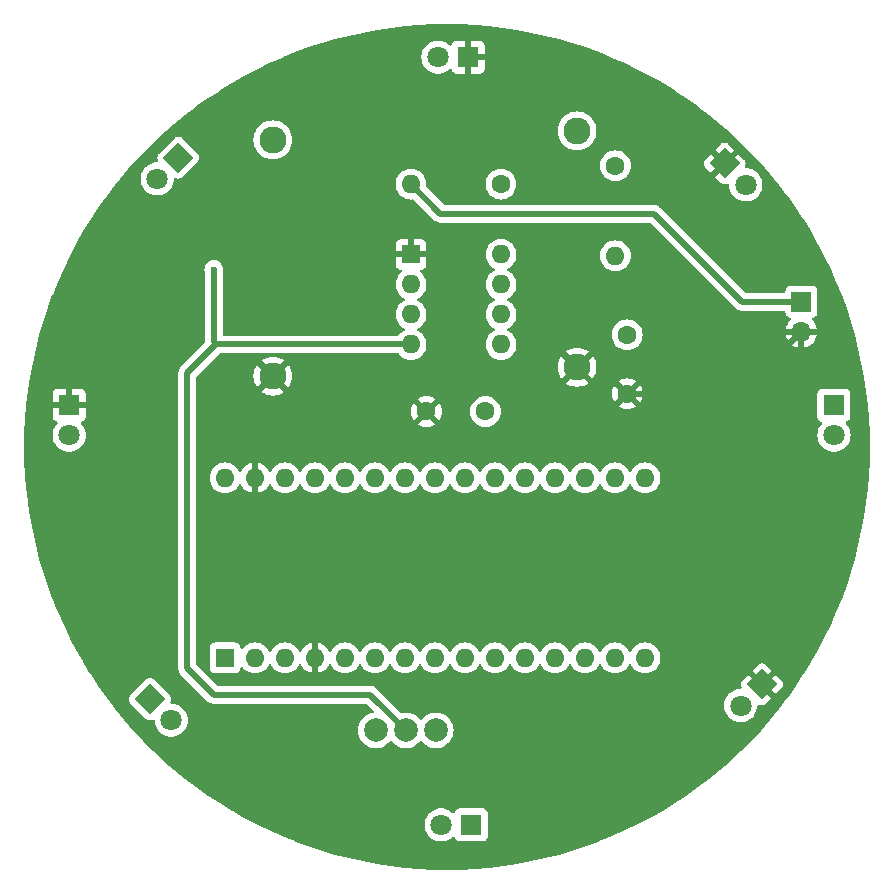
<source format=gbr>
%TF.GenerationSoftware,KiCad,Pcbnew,8.0.5*%
%TF.CreationDate,2024-12-03T21:08:25+09:00*%
%TF.ProjectId,IR_con,49525f63-6f6e-42e6-9b69-6361645f7063,rev?*%
%TF.SameCoordinates,Original*%
%TF.FileFunction,Copper,L2,Bot*%
%TF.FilePolarity,Positive*%
%FSLAX46Y46*%
G04 Gerber Fmt 4.6, Leading zero omitted, Abs format (unit mm)*
G04 Created by KiCad (PCBNEW 8.0.5) date 2024-12-03 21:08:25*
%MOMM*%
%LPD*%
G01*
G04 APERTURE LIST*
G04 Aperture macros list*
%AMRotRect*
0 Rectangle, with rotation*
0 The origin of the aperture is its center*
0 $1 length*
0 $2 width*
0 $3 Rotation angle, in degrees counterclockwise*
0 Add horizontal line*
21,1,$1,$2,0,0,$3*%
G04 Aperture macros list end*
%TA.AperFunction,ComponentPad*%
%ADD10C,2.286000*%
%TD*%
%TA.AperFunction,ComponentPad*%
%ADD11R,1.600000X1.600000*%
%TD*%
%TA.AperFunction,ComponentPad*%
%ADD12O,1.600000X1.600000*%
%TD*%
%TA.AperFunction,ComponentPad*%
%ADD13R,1.700000X1.700000*%
%TD*%
%TA.AperFunction,ComponentPad*%
%ADD14O,1.700000X1.700000*%
%TD*%
%TA.AperFunction,ComponentPad*%
%ADD15C,1.600000*%
%TD*%
%TA.AperFunction,ComponentPad*%
%ADD16C,2.000000*%
%TD*%
%TA.AperFunction,ComponentPad*%
%ADD17C,1.800000*%
%TD*%
%TA.AperFunction,ComponentPad*%
%ADD18RotRect,1.800000X1.800000X315.000000*%
%TD*%
%TA.AperFunction,ComponentPad*%
%ADD19R,1.800000X1.800000*%
%TD*%
%TA.AperFunction,ComponentPad*%
%ADD20RotRect,1.800000X1.800000X225.000000*%
%TD*%
%TA.AperFunction,ViaPad*%
%ADD21C,0.600000*%
%TD*%
%TA.AperFunction,Conductor*%
%ADD22C,0.500000*%
%TD*%
G04 APERTURE END LIST*
D10*
%TO.P,J2,1,Pin_1*%
%TO.N,+5V*%
X147500000Y-56250000D03*
%TO.P,J2,2,Pin_2*%
%TO.N,GND*%
X147500000Y-76250000D03*
%TD*%
%TO.P,J1,1,Pin_1*%
%TO.N,+5V*%
X121750000Y-57000000D03*
%TO.P,J1,2,Pin_2*%
%TO.N,GND*%
X121750000Y-77000000D03*
%TD*%
D11*
%TO.P,U1,1,GND*%
%TO.N,GND*%
X133450000Y-66700000D03*
D12*
%TO.P,U1,2,TR*%
%TO.N,Net-(U1-TR)*%
X133450000Y-69240000D03*
%TO.P,U1,3,Q*%
%TO.N,Net-(A1-VIN)*%
X133450000Y-71780000D03*
%TO.P,U1,4,R*%
%TO.N,+5V*%
X133450000Y-74320000D03*
%TO.P,U1,5,CV*%
%TO.N,Net-(U1-CV)*%
X141070000Y-74320000D03*
%TO.P,U1,6,THR*%
%TO.N,Net-(U1-DIS)*%
X141070000Y-71780000D03*
%TO.P,U1,7,DIS*%
X141070000Y-69240000D03*
%TO.P,U1,8,VCC*%
%TO.N,+5V*%
X141070000Y-66700000D03*
%TD*%
D13*
%TO.P,SW1,1*%
%TO.N,Net-(U1-TR)*%
X166500000Y-70710000D03*
D14*
%TO.P,SW1,2*%
%TO.N,GND*%
X166500000Y-73250000D03*
%TD*%
D15*
%TO.P,R2,1*%
%TO.N,+5V*%
X150750000Y-59190000D03*
D12*
%TO.P,R2,2*%
%TO.N,Net-(U1-DIS)*%
X150750000Y-66810000D03*
%TD*%
D15*
%TO.P,R1,1*%
%TO.N,+5V*%
X141060000Y-60750000D03*
D12*
%TO.P,R1,2*%
%TO.N,Net-(U1-TR)*%
X133440000Y-60750000D03*
%TD*%
D16*
%TO.P,Q2,1,E*%
%TO.N,Net-(D1-A)*%
X135540000Y-107000000D03*
%TO.P,Q2,2,C*%
%TO.N,+5V*%
X133000000Y-107000000D03*
%TO.P,Q2,3,B*%
%TO.N,Net-(A1-D3)*%
X130460000Y-107000000D03*
%TD*%
D17*
%TO.P,D8,2,A*%
%TO.N,Net-(D1-A)*%
X113144490Y-106144490D03*
D18*
%TO.P,D8,1,K*%
%TO.N,Net-(D7-A)*%
X111348439Y-104348439D03*
%TD*%
D19*
%TO.P,D7,1,K*%
%TO.N,GND*%
X104500000Y-79475000D03*
D17*
%TO.P,D7,2,A*%
%TO.N,Net-(D7-A)*%
X104500000Y-82015000D03*
%TD*%
D19*
%TO.P,D6,1,K*%
%TO.N,GND*%
X138275000Y-50000000D03*
D17*
%TO.P,D6,2,A*%
%TO.N,Net-(D5-K)*%
X135735000Y-50000000D03*
%TD*%
D20*
%TO.P,D5,1,K*%
%TO.N,Net-(D5-K)*%
X113750000Y-58500000D03*
D17*
%TO.P,D5,2,A*%
%TO.N,Net-(D1-A)*%
X111953949Y-60296051D03*
%TD*%
D18*
%TO.P,D4,1,K*%
%TO.N,GND*%
X160000000Y-59000000D03*
D17*
%TO.P,D4,2,A*%
%TO.N,Net-(D1-K)*%
X161796051Y-60796051D03*
%TD*%
D20*
%TO.P,D3,1,K*%
%TO.N,GND*%
X163151562Y-103098439D03*
D17*
%TO.P,D3,2,A*%
%TO.N,Net-(D2-K)*%
X161355511Y-104894490D03*
%TD*%
D19*
%TO.P,D2,1,K*%
%TO.N,Net-(D2-K)*%
X138540000Y-115000000D03*
D17*
%TO.P,D2,2,A*%
%TO.N,Net-(D1-A)*%
X136000000Y-115000000D03*
%TD*%
D19*
%TO.P,D1,1,K*%
%TO.N,Net-(D1-K)*%
X169250000Y-79475000D03*
D17*
%TO.P,D1,2,A*%
%TO.N,Net-(D1-A)*%
X169250000Y-82015000D03*
%TD*%
D15*
%TO.P,C2,1*%
%TO.N,Net-(U1-DIS)*%
X151750000Y-73500000D03*
%TO.P,C2,2*%
%TO.N,GND*%
X151750000Y-78500000D03*
%TD*%
%TO.P,C1,1*%
%TO.N,Net-(U1-CV)*%
X139750000Y-80000000D03*
%TO.P,C1,2*%
%TO.N,GND*%
X134750000Y-80000000D03*
%TD*%
D11*
%TO.P,A1,1,D1/TX*%
%TO.N,unconnected-(A1-D1{slash}TX-Pad1)*%
X117700000Y-100860000D03*
D12*
%TO.P,A1,2,D0/RX*%
%TO.N,unconnected-(A1-D0{slash}RX-Pad2)*%
X120240000Y-100860000D03*
%TO.P,A1,3,~{RESET}*%
%TO.N,unconnected-(A1-~{RESET}-Pad3)*%
X122780000Y-100860000D03*
%TO.P,A1,4,GND*%
%TO.N,GND*%
X125320000Y-100860000D03*
%TO.P,A1,5,D2*%
%TO.N,unconnected-(A1-D2-Pad5)*%
X127860000Y-100860000D03*
%TO.P,A1,6,D3*%
%TO.N,Net-(A1-D3)*%
X130400000Y-100860000D03*
%TO.P,A1,7,D4*%
%TO.N,unconnected-(A1-D4-Pad7)*%
X132940000Y-100860000D03*
%TO.P,A1,8,D5*%
%TO.N,unconnected-(A1-D5-Pad8)*%
X135480000Y-100860000D03*
%TO.P,A1,9,D6*%
%TO.N,unconnected-(A1-D6-Pad9)*%
X138020000Y-100860000D03*
%TO.P,A1,10,D7*%
%TO.N,unconnected-(A1-D7-Pad10)*%
X140560000Y-100860000D03*
%TO.P,A1,11,D8*%
%TO.N,unconnected-(A1-D8-Pad11)*%
X143100000Y-100860000D03*
%TO.P,A1,12,D9*%
%TO.N,unconnected-(A1-D9-Pad12)*%
X145640000Y-100860000D03*
%TO.P,A1,13,D10*%
%TO.N,unconnected-(A1-D10-Pad13)*%
X148180000Y-100860000D03*
%TO.P,A1,14,D11*%
%TO.N,unconnected-(A1-D11-Pad14)*%
X150720000Y-100860000D03*
%TO.P,A1,15,D12*%
%TO.N,unconnected-(A1-D12-Pad15)*%
X153260000Y-100860000D03*
%TO.P,A1,16,D13*%
%TO.N,unconnected-(A1-D13-Pad16)*%
X153260000Y-85620000D03*
%TO.P,A1,17,3V3*%
%TO.N,unconnected-(A1-3V3-Pad17)*%
X150720000Y-85620000D03*
%TO.P,A1,18,AREF*%
%TO.N,unconnected-(A1-AREF-Pad18)*%
X148180000Y-85620000D03*
%TO.P,A1,19,A0*%
%TO.N,unconnected-(A1-A0-Pad19)*%
X145640000Y-85620000D03*
%TO.P,A1,20,A1*%
%TO.N,unconnected-(A1-A1-Pad20)*%
X143100000Y-85620000D03*
%TO.P,A1,21,A2*%
%TO.N,unconnected-(A1-A2-Pad21)*%
X140560000Y-85620000D03*
%TO.P,A1,22,A3*%
%TO.N,unconnected-(A1-A3-Pad22)*%
X138020000Y-85620000D03*
%TO.P,A1,23,A4*%
%TO.N,unconnected-(A1-A4-Pad23)*%
X135480000Y-85620000D03*
%TO.P,A1,24,A5*%
%TO.N,unconnected-(A1-A5-Pad24)*%
X132940000Y-85620000D03*
%TO.P,A1,25,A6*%
%TO.N,unconnected-(A1-A6-Pad25)*%
X130400000Y-85620000D03*
%TO.P,A1,26,A7*%
%TO.N,unconnected-(A1-A7-Pad26)*%
X127860000Y-85620000D03*
%TO.P,A1,27,+5V*%
%TO.N,unconnected-(A1-+5V-Pad27)*%
X125320000Y-85620000D03*
%TO.P,A1,28,~{RESET}*%
%TO.N,unconnected-(A1-~{RESET}-Pad28)*%
X122780000Y-85620000D03*
%TO.P,A1,29,GND*%
%TO.N,GND*%
X120240000Y-85620000D03*
%TO.P,A1,30,VIN*%
%TO.N,Net-(A1-VIN)*%
X117700000Y-85620000D03*
%TD*%
D21*
%TO.N,GND*%
X163000000Y-98500000D03*
X138275000Y-53750000D03*
X110000000Y-70500000D03*
%TO.N,+5V*%
X116750000Y-68000000D03*
%TD*%
D22*
%TO.N,Net-(U1-TR)*%
X154000000Y-63250000D02*
X135940000Y-63250000D01*
X161460000Y-70710000D02*
X154000000Y-63250000D01*
X166500000Y-70710000D02*
X161460000Y-70710000D01*
X135940000Y-63250000D02*
X133440000Y-60750000D01*
%TO.N,GND*%
X159000000Y-80750000D02*
X157250000Y-80750000D01*
X166500000Y-73250000D02*
X159000000Y-80750000D01*
X157250000Y-80750000D02*
X155000000Y-78500000D01*
X157250000Y-92750000D02*
X157250000Y-80750000D01*
X163000000Y-98500000D02*
X157250000Y-92750000D01*
X155000000Y-78500000D02*
X151750000Y-78500000D01*
X120750000Y-53750000D02*
X138275000Y-53750000D01*
X118500000Y-56000000D02*
X120750000Y-53750000D01*
X118500000Y-62000000D02*
X118500000Y-56000000D01*
X110000000Y-70500000D02*
X118500000Y-62000000D01*
%TO.N,+5V*%
X116750000Y-68000000D02*
X116750000Y-74140000D01*
X116750000Y-74140000D02*
X116930000Y-74320000D01*
X114500000Y-76750000D02*
X116930000Y-74320000D01*
X116930000Y-74320000D02*
X133450000Y-74320000D01*
X114500000Y-101750000D02*
X114500000Y-76750000D01*
X130000000Y-104000000D02*
X116750000Y-104000000D01*
X116750000Y-104000000D02*
X114500000Y-101750000D01*
X133000000Y-107000000D02*
X130000000Y-104000000D01*
%TD*%
%TA.AperFunction,Conductor*%
%TO.N,GND*%
G36*
X137693380Y-47219590D02*
G01*
X137697448Y-47219726D01*
X138888303Y-47279477D01*
X138892373Y-47279749D01*
X140080551Y-47379256D01*
X140084581Y-47379661D01*
X141268838Y-47518824D01*
X141272899Y-47519370D01*
X142451753Y-47698014D01*
X142455790Y-47698695D01*
X143628064Y-47916638D01*
X143632025Y-47917442D01*
X144796391Y-48174443D01*
X144800370Y-48175392D01*
X145955455Y-48471144D01*
X145959382Y-48472220D01*
X147103962Y-48806411D01*
X147107843Y-48807615D01*
X148240562Y-49179848D01*
X148244477Y-49181207D01*
X149364125Y-49591081D01*
X149367958Y-49592557D01*
X149803439Y-49768691D01*
X150473298Y-50039621D01*
X150477113Y-50041239D01*
X151566872Y-50524977D01*
X151570631Y-50526722D01*
X152643590Y-51046591D01*
X152647289Y-51048460D01*
X153702321Y-51603914D01*
X153705896Y-51605873D01*
X154487075Y-52051104D01*
X154741804Y-52196286D01*
X154745369Y-52198398D01*
X155760916Y-52823062D01*
X155764409Y-52825292D01*
X156758504Y-53483536D01*
X156761921Y-53485881D01*
X157733496Y-54176995D01*
X157736832Y-54179453D01*
X158684775Y-54902649D01*
X158688027Y-54905218D01*
X159611227Y-55659646D01*
X159614387Y-55662317D01*
X159703854Y-55740557D01*
X160511922Y-56447227D01*
X160514995Y-56450007D01*
X161385762Y-57264431D01*
X161388741Y-57267312D01*
X162231819Y-58110390D01*
X162234700Y-58113369D01*
X163049124Y-58984136D01*
X163051904Y-58987209D01*
X163836810Y-59884739D01*
X163839485Y-59887904D01*
X164593913Y-60811104D01*
X164596482Y-60814356D01*
X165319678Y-61762299D01*
X165322136Y-61765635D01*
X166013250Y-62737210D01*
X166015595Y-62740627D01*
X166673839Y-63734722D01*
X166676069Y-63738215D01*
X167300733Y-64753762D01*
X167302845Y-64757327D01*
X167840092Y-65699953D01*
X167893242Y-65793206D01*
X167895233Y-65796840D01*
X168450671Y-66851842D01*
X168452540Y-66855541D01*
X168972409Y-67928500D01*
X168974154Y-67932259D01*
X169457892Y-69022018D01*
X169459510Y-69025833D01*
X169906567Y-70131156D01*
X169908056Y-70135023D01*
X170317924Y-71254654D01*
X170319283Y-71258569D01*
X170691504Y-72391250D01*
X170692732Y-72395208D01*
X171026901Y-73539714D01*
X171027996Y-73543711D01*
X171323733Y-74698735D01*
X171324694Y-74702766D01*
X171581678Y-75867056D01*
X171582503Y-75871117D01*
X171800432Y-77043317D01*
X171801121Y-77047403D01*
X171979757Y-78226209D01*
X171980310Y-78230316D01*
X172119465Y-79414504D01*
X172119879Y-79418628D01*
X172219379Y-80606726D01*
X172219656Y-80610860D01*
X172279403Y-81801646D01*
X172279542Y-81805788D01*
X172299465Y-82997928D01*
X172299465Y-83002072D01*
X172279542Y-84194211D01*
X172279403Y-84198353D01*
X172219656Y-85389139D01*
X172219379Y-85393273D01*
X172119879Y-86581371D01*
X172119465Y-86585495D01*
X171980310Y-87769683D01*
X171979757Y-87773790D01*
X171801121Y-88952596D01*
X171800432Y-88956682D01*
X171582503Y-90128882D01*
X171581678Y-90132943D01*
X171324694Y-91297233D01*
X171323733Y-91301264D01*
X171027996Y-92456288D01*
X171026901Y-92460285D01*
X170692732Y-93604791D01*
X170691504Y-93608749D01*
X170319283Y-94741430D01*
X170317924Y-94745345D01*
X169908056Y-95864976D01*
X169906567Y-95868843D01*
X169459510Y-96974166D01*
X169457892Y-96977981D01*
X168974154Y-98067740D01*
X168972409Y-98071499D01*
X168452540Y-99144458D01*
X168450671Y-99148157D01*
X167895233Y-100203159D01*
X167893242Y-100206793D01*
X167302845Y-101242672D01*
X167300733Y-101246237D01*
X166676069Y-102261784D01*
X166673839Y-102265277D01*
X166015595Y-103259372D01*
X166013250Y-103262789D01*
X165322136Y-104234364D01*
X165319678Y-104237700D01*
X164596482Y-105185643D01*
X164593913Y-105188895D01*
X163839485Y-106112095D01*
X163836810Y-106115260D01*
X163051904Y-107012790D01*
X163049124Y-107015863D01*
X162234700Y-107886630D01*
X162231819Y-107889609D01*
X161388741Y-108732687D01*
X161385762Y-108735568D01*
X160514995Y-109549992D01*
X160511922Y-109552772D01*
X159614392Y-110337678D01*
X159611227Y-110340353D01*
X158688027Y-111094781D01*
X158684775Y-111097350D01*
X157736832Y-111820546D01*
X157733496Y-111823004D01*
X156761921Y-112514118D01*
X156758504Y-112516463D01*
X155764409Y-113174707D01*
X155760916Y-113176937D01*
X154745369Y-113801601D01*
X154741804Y-113803713D01*
X153705925Y-114394110D01*
X153702291Y-114396101D01*
X152647289Y-114951539D01*
X152643590Y-114953408D01*
X151570631Y-115473277D01*
X151566872Y-115475022D01*
X150477113Y-115958760D01*
X150473298Y-115960378D01*
X149367975Y-116407435D01*
X149364108Y-116408924D01*
X148244477Y-116818792D01*
X148240562Y-116820151D01*
X147107881Y-117192372D01*
X147103923Y-117193600D01*
X145959417Y-117527769D01*
X145955420Y-117528864D01*
X144800396Y-117824601D01*
X144796365Y-117825562D01*
X143632075Y-118082546D01*
X143628014Y-118083371D01*
X142455814Y-118301300D01*
X142451728Y-118301989D01*
X141272922Y-118480625D01*
X141268815Y-118481178D01*
X140084627Y-118620333D01*
X140080503Y-118620747D01*
X138892405Y-118720247D01*
X138888271Y-118720524D01*
X137697485Y-118780271D01*
X137693343Y-118780410D01*
X136501204Y-118800333D01*
X136497060Y-118800333D01*
X135304920Y-118780410D01*
X135300778Y-118780271D01*
X134109992Y-118720524D01*
X134105858Y-118720247D01*
X132917760Y-118620747D01*
X132913636Y-118620333D01*
X131729448Y-118481178D01*
X131725341Y-118480625D01*
X130546535Y-118301989D01*
X130542449Y-118301300D01*
X129370249Y-118083371D01*
X129366188Y-118082546D01*
X128201898Y-117825562D01*
X128197867Y-117824601D01*
X127042843Y-117528864D01*
X127038846Y-117527769D01*
X125894340Y-117193600D01*
X125890382Y-117192372D01*
X124757701Y-116820151D01*
X124753786Y-116818792D01*
X123634155Y-116408924D01*
X123630288Y-116407435D01*
X122524965Y-115960378D01*
X122521150Y-115958760D01*
X121431391Y-115475022D01*
X121427632Y-115473277D01*
X120450820Y-114999993D01*
X134594700Y-114999993D01*
X134594700Y-115000006D01*
X134613864Y-115231297D01*
X134613866Y-115231308D01*
X134670842Y-115456300D01*
X134764075Y-115668848D01*
X134891016Y-115863147D01*
X134891019Y-115863151D01*
X134891021Y-115863153D01*
X135048216Y-116033913D01*
X135048219Y-116033915D01*
X135048222Y-116033918D01*
X135231365Y-116176464D01*
X135231371Y-116176468D01*
X135231374Y-116176470D01*
X135435497Y-116286936D01*
X135549487Y-116326068D01*
X135655015Y-116362297D01*
X135655017Y-116362297D01*
X135655019Y-116362298D01*
X135883951Y-116400500D01*
X135883952Y-116400500D01*
X136116048Y-116400500D01*
X136116049Y-116400500D01*
X136344981Y-116362298D01*
X136564503Y-116286936D01*
X136768626Y-116176470D01*
X136951784Y-116033913D01*
X136960130Y-116024846D01*
X137020010Y-115988854D01*
X137089849Y-115990949D01*
X137147468Y-116030469D01*
X137167544Y-116065491D01*
X137196203Y-116142330D01*
X137196206Y-116142335D01*
X137282452Y-116257544D01*
X137282455Y-116257547D01*
X137397664Y-116343793D01*
X137397671Y-116343797D01*
X137532517Y-116394091D01*
X137532516Y-116394091D01*
X137539444Y-116394835D01*
X137592127Y-116400500D01*
X139487872Y-116400499D01*
X139547483Y-116394091D01*
X139682331Y-116343796D01*
X139797546Y-116257546D01*
X139883796Y-116142331D01*
X139934091Y-116007483D01*
X139940500Y-115947873D01*
X139940499Y-114052128D01*
X139934091Y-113992517D01*
X139924233Y-113966087D01*
X139883797Y-113857671D01*
X139883793Y-113857664D01*
X139797547Y-113742455D01*
X139797544Y-113742452D01*
X139682335Y-113656206D01*
X139682328Y-113656202D01*
X139547482Y-113605908D01*
X139547483Y-113605908D01*
X139487883Y-113599501D01*
X139487881Y-113599500D01*
X139487873Y-113599500D01*
X139487864Y-113599500D01*
X137592129Y-113599500D01*
X137592123Y-113599501D01*
X137532516Y-113605908D01*
X137397671Y-113656202D01*
X137397664Y-113656206D01*
X137282455Y-113742452D01*
X137282452Y-113742455D01*
X137196206Y-113857664D01*
X137196203Y-113857670D01*
X137167544Y-113934508D01*
X137125672Y-113990441D01*
X137060208Y-114014858D01*
X136991935Y-114000006D01*
X136960135Y-113975158D01*
X136951784Y-113966087D01*
X136951778Y-113966082D01*
X136951777Y-113966081D01*
X136768634Y-113823535D01*
X136768628Y-113823531D01*
X136564504Y-113713064D01*
X136564495Y-113713061D01*
X136344984Y-113637702D01*
X136154450Y-113605908D01*
X136116049Y-113599500D01*
X135883951Y-113599500D01*
X135845550Y-113605908D01*
X135655015Y-113637702D01*
X135435504Y-113713061D01*
X135435495Y-113713064D01*
X135231371Y-113823531D01*
X135231365Y-113823535D01*
X135048222Y-113966081D01*
X135048219Y-113966084D01*
X135048216Y-113966086D01*
X135048216Y-113966087D01*
X135003319Y-114014858D01*
X134891016Y-114136852D01*
X134764075Y-114331151D01*
X134670842Y-114543699D01*
X134613866Y-114768691D01*
X134613864Y-114768702D01*
X134594700Y-114999993D01*
X120450820Y-114999993D01*
X120354673Y-114953408D01*
X120350974Y-114951539D01*
X119295972Y-114396101D01*
X119292338Y-114394110D01*
X118922923Y-114183563D01*
X118351127Y-113857669D01*
X118256459Y-113803713D01*
X118252894Y-113801601D01*
X117237347Y-113176937D01*
X117233854Y-113174707D01*
X116239759Y-112516463D01*
X116236342Y-112514118D01*
X115264767Y-111823004D01*
X115261431Y-111820546D01*
X114313488Y-111097350D01*
X114310236Y-111094781D01*
X113387036Y-110340353D01*
X113383871Y-110337678D01*
X112486341Y-109552772D01*
X112483268Y-109549992D01*
X111612501Y-108735568D01*
X111609522Y-108732687D01*
X110766444Y-107889609D01*
X110763563Y-107886630D01*
X109949139Y-107015863D01*
X109946359Y-107012790D01*
X109219316Y-106181426D01*
X109161449Y-106115255D01*
X109158778Y-106112095D01*
X109117749Y-106061888D01*
X108812367Y-105688189D01*
X108404350Y-105188895D01*
X108401781Y-105185643D01*
X107763069Y-104348439D01*
X109570000Y-104348439D01*
X109590481Y-104490895D01*
X109650268Y-104621809D01*
X109650269Y-104621810D01*
X109650270Y-104621812D01*
X109687889Y-104668495D01*
X109687892Y-104668498D01*
X109687897Y-104668504D01*
X110707584Y-105688189D01*
X111028383Y-106008988D01*
X111075066Y-106046608D01*
X111205982Y-106106396D01*
X111205981Y-106106396D01*
X111223888Y-106108970D01*
X111348439Y-106126878D01*
X111490896Y-106106396D01*
X111566581Y-106071831D01*
X111635736Y-106061888D01*
X111699292Y-106090912D01*
X111737067Y-106149690D01*
X111741666Y-106174386D01*
X111758354Y-106375786D01*
X111758356Y-106375798D01*
X111815332Y-106600790D01*
X111908565Y-106813338D01*
X112035506Y-107007637D01*
X112035509Y-107007641D01*
X112035511Y-107007643D01*
X112192706Y-107178403D01*
X112192709Y-107178405D01*
X112192712Y-107178408D01*
X112375855Y-107320954D01*
X112375861Y-107320958D01*
X112375864Y-107320960D01*
X112579987Y-107431426D01*
X112693977Y-107470558D01*
X112799505Y-107506787D01*
X112799507Y-107506787D01*
X112799509Y-107506788D01*
X113028441Y-107544990D01*
X113028442Y-107544990D01*
X113260538Y-107544990D01*
X113260539Y-107544990D01*
X113489471Y-107506788D01*
X113708993Y-107431426D01*
X113913116Y-107320960D01*
X114096274Y-107178403D01*
X114253469Y-107007643D01*
X114380414Y-106813339D01*
X114473647Y-106600790D01*
X114530624Y-106375795D01*
X114537320Y-106294990D01*
X114549790Y-106144496D01*
X114549790Y-106144483D01*
X114530625Y-105913192D01*
X114530623Y-105913181D01*
X114473647Y-105688189D01*
X114380414Y-105475641D01*
X114253473Y-105281342D01*
X114253470Y-105281339D01*
X114253469Y-105281337D01*
X114096274Y-105110577D01*
X114096269Y-105110573D01*
X114096267Y-105110571D01*
X113913124Y-104968025D01*
X113913118Y-104968021D01*
X113708994Y-104857554D01*
X113708985Y-104857551D01*
X113489474Y-104782192D01*
X113299551Y-104750500D01*
X113260539Y-104743990D01*
X113183759Y-104743990D01*
X113116720Y-104724305D01*
X113070965Y-104671501D01*
X113061021Y-104602343D01*
X113070965Y-104568478D01*
X113106396Y-104490895D01*
X113108190Y-104478416D01*
X113126878Y-104348439D01*
X113106396Y-104205982D01*
X113046608Y-104075066D01*
X113008989Y-104028383D01*
X113008984Y-104028378D01*
X113008980Y-104028373D01*
X111668502Y-102687897D01*
X111668495Y-102687890D01*
X111621812Y-102650270D01*
X111490896Y-102590482D01*
X111490894Y-102590481D01*
X111490896Y-102590481D01*
X111348439Y-102570000D01*
X111205982Y-102590481D01*
X111075068Y-102650268D01*
X111028373Y-102687897D01*
X109687897Y-104028375D01*
X109687891Y-104028381D01*
X109687890Y-104028383D01*
X109669080Y-104051724D01*
X109650269Y-104075067D01*
X109650268Y-104075069D01*
X109590481Y-104205982D01*
X109570000Y-104348439D01*
X107763069Y-104348439D01*
X107678585Y-104237700D01*
X107676127Y-104234364D01*
X106985013Y-103262789D01*
X106982668Y-103259372D01*
X106324424Y-102265277D01*
X106322194Y-102261784D01*
X106301669Y-102228416D01*
X106052863Y-101823920D01*
X113749499Y-101823920D01*
X113778340Y-101968907D01*
X113778343Y-101968917D01*
X113834913Y-102105490D01*
X113834914Y-102105492D01*
X113861737Y-102145635D01*
X113861738Y-102145637D01*
X113917043Y-102228410D01*
X113917047Y-102228415D01*
X113917048Y-102228416D01*
X116167049Y-104478416D01*
X116271584Y-104582951D01*
X116271587Y-104582953D01*
X116271588Y-104582954D01*
X116394503Y-104665083D01*
X116394506Y-104665085D01*
X116451079Y-104688518D01*
X116451080Y-104688518D01*
X116531088Y-104721659D01*
X116643355Y-104743990D01*
X116665173Y-104748330D01*
X116676081Y-104750500D01*
X116676082Y-104750500D01*
X116676083Y-104750500D01*
X116823918Y-104750500D01*
X129637770Y-104750500D01*
X129704809Y-104770185D01*
X129725451Y-104786819D01*
X130253138Y-105314506D01*
X130286623Y-105375829D01*
X130281639Y-105445521D01*
X130239767Y-105501454D01*
X130185867Y-105524496D01*
X130090382Y-105540429D01*
X129855197Y-105621169D01*
X129855188Y-105621172D01*
X129636493Y-105739524D01*
X129440257Y-105892261D01*
X129271833Y-106075217D01*
X129135826Y-106283393D01*
X129035936Y-106511118D01*
X128974892Y-106752175D01*
X128974890Y-106752187D01*
X128954357Y-106999994D01*
X128954357Y-107000005D01*
X128974890Y-107247812D01*
X128974892Y-107247824D01*
X129035936Y-107488881D01*
X129135826Y-107716606D01*
X129271833Y-107924782D01*
X129271836Y-107924785D01*
X129440256Y-108107738D01*
X129636491Y-108260474D01*
X129855190Y-108378828D01*
X130090386Y-108459571D01*
X130335665Y-108500500D01*
X130584335Y-108500500D01*
X130829614Y-108459571D01*
X131064810Y-108378828D01*
X131283509Y-108260474D01*
X131479744Y-108107738D01*
X131638771Y-107934988D01*
X131698657Y-107898999D01*
X131768495Y-107901099D01*
X131821228Y-107934988D01*
X131980256Y-108107738D01*
X132176491Y-108260474D01*
X132395190Y-108378828D01*
X132630386Y-108459571D01*
X132875665Y-108500500D01*
X133124335Y-108500500D01*
X133369614Y-108459571D01*
X133604810Y-108378828D01*
X133823509Y-108260474D01*
X134019744Y-108107738D01*
X134178771Y-107934988D01*
X134238657Y-107898999D01*
X134308495Y-107901099D01*
X134361228Y-107934988D01*
X134520256Y-108107738D01*
X134716491Y-108260474D01*
X134935190Y-108378828D01*
X135170386Y-108459571D01*
X135415665Y-108500500D01*
X135664335Y-108500500D01*
X135909614Y-108459571D01*
X136144810Y-108378828D01*
X136363509Y-108260474D01*
X136559744Y-108107738D01*
X136728164Y-107924785D01*
X136864173Y-107716607D01*
X136964063Y-107488881D01*
X137025108Y-107247821D01*
X137030860Y-107178403D01*
X137045643Y-107000005D01*
X137045643Y-106999994D01*
X137025109Y-106752187D01*
X137025107Y-106752175D01*
X136964063Y-106511118D01*
X136864173Y-106283393D01*
X136728166Y-106075217D01*
X136701829Y-106046608D01*
X136559744Y-105892262D01*
X136363509Y-105739526D01*
X136363507Y-105739525D01*
X136363506Y-105739524D01*
X136144811Y-105621172D01*
X136144802Y-105621169D01*
X135909616Y-105540429D01*
X135664335Y-105499500D01*
X135415665Y-105499500D01*
X135170383Y-105540429D01*
X134935197Y-105621169D01*
X134935188Y-105621172D01*
X134716493Y-105739524D01*
X134520257Y-105892261D01*
X134361230Y-106065010D01*
X134301342Y-106101001D01*
X134231504Y-106098900D01*
X134178770Y-106065010D01*
X134127190Y-106008980D01*
X134019744Y-105892262D01*
X133823509Y-105739526D01*
X133823507Y-105739525D01*
X133823506Y-105739524D01*
X133604811Y-105621172D01*
X133604802Y-105621169D01*
X133369616Y-105540429D01*
X133124335Y-105499500D01*
X132875665Y-105499500D01*
X132668841Y-105534012D01*
X132599476Y-105525630D01*
X132560751Y-105499384D01*
X131955851Y-104894483D01*
X159950211Y-104894483D01*
X159950211Y-104894496D01*
X159969375Y-105125787D01*
X159969377Y-105125798D01*
X160026353Y-105350790D01*
X160119586Y-105563338D01*
X160246527Y-105757637D01*
X160246530Y-105757641D01*
X160246532Y-105757643D01*
X160403727Y-105928403D01*
X160403730Y-105928405D01*
X160403733Y-105928408D01*
X160586876Y-106070954D01*
X160586882Y-106070958D01*
X160586885Y-106070960D01*
X160791008Y-106181426D01*
X160904998Y-106220558D01*
X161010526Y-106256787D01*
X161010528Y-106256787D01*
X161010530Y-106256788D01*
X161239462Y-106294990D01*
X161239463Y-106294990D01*
X161471559Y-106294990D01*
X161471560Y-106294990D01*
X161700492Y-106256788D01*
X161920014Y-106181426D01*
X162124137Y-106070960D01*
X162307295Y-105928403D01*
X162464490Y-105757643D01*
X162591435Y-105563339D01*
X162684668Y-105350790D01*
X162741645Y-105125795D01*
X162758377Y-104923856D01*
X162783531Y-104858673D01*
X162839933Y-104817435D01*
X162909676Y-104813237D01*
X162933466Y-104821304D01*
X163009244Y-104855911D01*
X163009248Y-104855912D01*
X163151562Y-104876372D01*
X163293875Y-104855912D01*
X163293880Y-104855911D01*
X163424659Y-104796185D01*
X163471294Y-104758605D01*
X163471298Y-104758601D01*
X163964734Y-104265166D01*
X163964734Y-104265164D01*
X163240147Y-103540577D01*
X163325256Y-103517772D01*
X163427868Y-103458529D01*
X163511652Y-103374745D01*
X163570895Y-103272133D01*
X163593700Y-103187024D01*
X164318287Y-103911611D01*
X164811724Y-103418175D01*
X164811728Y-103418171D01*
X164849308Y-103371536D01*
X164909034Y-103240757D01*
X164909035Y-103240752D01*
X164929495Y-103098439D01*
X164909035Y-102956125D01*
X164909034Y-102956120D01*
X164849308Y-102825341D01*
X164811728Y-102778706D01*
X164318288Y-102285266D01*
X163593700Y-103009853D01*
X163570895Y-102924745D01*
X163511652Y-102822133D01*
X163427868Y-102738349D01*
X163325256Y-102679106D01*
X163240146Y-102656300D01*
X163964734Y-101931712D01*
X163964734Y-101931711D01*
X163471298Y-101438276D01*
X163471294Y-101438272D01*
X163424659Y-101400692D01*
X163293880Y-101340966D01*
X163293875Y-101340965D01*
X163151562Y-101320505D01*
X163009248Y-101340965D01*
X163009243Y-101340966D01*
X162878464Y-101400692D01*
X162831824Y-101438276D01*
X162338389Y-101931711D01*
X162338389Y-101931712D01*
X163062977Y-102656300D01*
X162977868Y-102679106D01*
X162875256Y-102738349D01*
X162791472Y-102822133D01*
X162732229Y-102924745D01*
X162709423Y-103009854D01*
X161984835Y-102285266D01*
X161984834Y-102285266D01*
X161491399Y-102778701D01*
X161453815Y-102825341D01*
X161394089Y-102956120D01*
X161394088Y-102956125D01*
X161373628Y-103098439D01*
X161394088Y-103240752D01*
X161394089Y-103240757D01*
X161429584Y-103318478D01*
X161439528Y-103387637D01*
X161410503Y-103451193D01*
X161351725Y-103488967D01*
X161316790Y-103493990D01*
X161239462Y-103493990D01*
X161193675Y-103501630D01*
X161010526Y-103532192D01*
X160791015Y-103607551D01*
X160791006Y-103607554D01*
X160586882Y-103718021D01*
X160586876Y-103718025D01*
X160403733Y-103860571D01*
X160403730Y-103860574D01*
X160246527Y-104031342D01*
X160119586Y-104225641D01*
X160026353Y-104438189D01*
X159969377Y-104663181D01*
X159969375Y-104663192D01*
X159950211Y-104894483D01*
X131955851Y-104894483D01*
X130478421Y-103417052D01*
X130478414Y-103417046D01*
X130404729Y-103367812D01*
X130404729Y-103367813D01*
X130355491Y-103334913D01*
X130218917Y-103278343D01*
X130218907Y-103278340D01*
X130073920Y-103249500D01*
X130073918Y-103249500D01*
X117112229Y-103249500D01*
X117045190Y-103229815D01*
X117024548Y-103213181D01*
X115286819Y-101475451D01*
X115253334Y-101414128D01*
X115250500Y-101387770D01*
X115250500Y-100012135D01*
X116399500Y-100012135D01*
X116399500Y-101707870D01*
X116399501Y-101707876D01*
X116405908Y-101767483D01*
X116456202Y-101902328D01*
X116456206Y-101902335D01*
X116542452Y-102017544D01*
X116542455Y-102017547D01*
X116657664Y-102103793D01*
X116657671Y-102103797D01*
X116792517Y-102154091D01*
X116792516Y-102154091D01*
X116799444Y-102154835D01*
X116852127Y-102160500D01*
X118547872Y-102160499D01*
X118607483Y-102154091D01*
X118742331Y-102103796D01*
X118857546Y-102017546D01*
X118943796Y-101902331D01*
X118994091Y-101767483D01*
X118997862Y-101732401D01*
X119024599Y-101667855D01*
X119081990Y-101628006D01*
X119151816Y-101625511D01*
X119211905Y-101661163D01*
X119222726Y-101674536D01*
X119239956Y-101699143D01*
X119400858Y-101860045D01*
X119400861Y-101860047D01*
X119587266Y-101990568D01*
X119793504Y-102086739D01*
X120013308Y-102145635D01*
X120175230Y-102159801D01*
X120239998Y-102165468D01*
X120240000Y-102165468D01*
X120240002Y-102165468D01*
X120296807Y-102160498D01*
X120466692Y-102145635D01*
X120686496Y-102086739D01*
X120892734Y-101990568D01*
X121079139Y-101860047D01*
X121240047Y-101699139D01*
X121370568Y-101512734D01*
X121397618Y-101454724D01*
X121443790Y-101402285D01*
X121510983Y-101383133D01*
X121577865Y-101403348D01*
X121622382Y-101454725D01*
X121649429Y-101512728D01*
X121649432Y-101512734D01*
X121779954Y-101699141D01*
X121940858Y-101860045D01*
X121940861Y-101860047D01*
X122127266Y-101990568D01*
X122333504Y-102086739D01*
X122553308Y-102145635D01*
X122715230Y-102159801D01*
X122779998Y-102165468D01*
X122780000Y-102165468D01*
X122780002Y-102165468D01*
X122836807Y-102160498D01*
X123006692Y-102145635D01*
X123226496Y-102086739D01*
X123432734Y-101990568D01*
X123619139Y-101860047D01*
X123780047Y-101699139D01*
X123910568Y-101512734D01*
X123937895Y-101454129D01*
X123984064Y-101401695D01*
X124051257Y-101382542D01*
X124118139Y-101402757D01*
X124162657Y-101454133D01*
X124189865Y-101512482D01*
X124320342Y-101698820D01*
X124481179Y-101859657D01*
X124667517Y-101990134D01*
X124873673Y-102086265D01*
X124873682Y-102086269D01*
X125069999Y-102138872D01*
X125070000Y-102138871D01*
X125070000Y-101293012D01*
X125127007Y-101325925D01*
X125254174Y-101360000D01*
X125385826Y-101360000D01*
X125512993Y-101325925D01*
X125570000Y-101293012D01*
X125570000Y-102138872D01*
X125766317Y-102086269D01*
X125766326Y-102086265D01*
X125972482Y-101990134D01*
X126158820Y-101859657D01*
X126319657Y-101698820D01*
X126450132Y-101512484D01*
X126477341Y-101454134D01*
X126523513Y-101401695D01*
X126590707Y-101382542D01*
X126657588Y-101402757D01*
X126702106Y-101454133D01*
X126729431Y-101512732D01*
X126729432Y-101512734D01*
X126859954Y-101699141D01*
X127020858Y-101860045D01*
X127020861Y-101860047D01*
X127207266Y-101990568D01*
X127413504Y-102086739D01*
X127633308Y-102145635D01*
X127795230Y-102159801D01*
X127859998Y-102165468D01*
X127860000Y-102165468D01*
X127860002Y-102165468D01*
X127916807Y-102160498D01*
X128086692Y-102145635D01*
X128306496Y-102086739D01*
X128512734Y-101990568D01*
X128699139Y-101860047D01*
X128860047Y-101699139D01*
X128990568Y-101512734D01*
X129017618Y-101454724D01*
X129063790Y-101402285D01*
X129130983Y-101383133D01*
X129197865Y-101403348D01*
X129242382Y-101454725D01*
X129269429Y-101512728D01*
X129269432Y-101512734D01*
X129399954Y-101699141D01*
X129560858Y-101860045D01*
X129560861Y-101860047D01*
X129747266Y-101990568D01*
X129953504Y-102086739D01*
X130173308Y-102145635D01*
X130335230Y-102159801D01*
X130399998Y-102165468D01*
X130400000Y-102165468D01*
X130400002Y-102165468D01*
X130456807Y-102160498D01*
X130626692Y-102145635D01*
X130846496Y-102086739D01*
X131052734Y-101990568D01*
X131239139Y-101860047D01*
X131400047Y-101699139D01*
X131530568Y-101512734D01*
X131557618Y-101454724D01*
X131603790Y-101402285D01*
X131670983Y-101383133D01*
X131737865Y-101403348D01*
X131782382Y-101454725D01*
X131809429Y-101512728D01*
X131809432Y-101512734D01*
X131939954Y-101699141D01*
X132100858Y-101860045D01*
X132100861Y-101860047D01*
X132287266Y-101990568D01*
X132493504Y-102086739D01*
X132713308Y-102145635D01*
X132875230Y-102159801D01*
X132939998Y-102165468D01*
X132940000Y-102165468D01*
X132940002Y-102165468D01*
X132996807Y-102160498D01*
X133166692Y-102145635D01*
X133386496Y-102086739D01*
X133592734Y-101990568D01*
X133779139Y-101860047D01*
X133940047Y-101699139D01*
X134070568Y-101512734D01*
X134097618Y-101454724D01*
X134143790Y-101402285D01*
X134210983Y-101383133D01*
X134277865Y-101403348D01*
X134322382Y-101454725D01*
X134349429Y-101512728D01*
X134349432Y-101512734D01*
X134479954Y-101699141D01*
X134640858Y-101860045D01*
X134640861Y-101860047D01*
X134827266Y-101990568D01*
X135033504Y-102086739D01*
X135253308Y-102145635D01*
X135415230Y-102159801D01*
X135479998Y-102165468D01*
X135480000Y-102165468D01*
X135480002Y-102165468D01*
X135536807Y-102160498D01*
X135706692Y-102145635D01*
X135926496Y-102086739D01*
X136132734Y-101990568D01*
X136319139Y-101860047D01*
X136480047Y-101699139D01*
X136610568Y-101512734D01*
X136637618Y-101454724D01*
X136683790Y-101402285D01*
X136750983Y-101383133D01*
X136817865Y-101403348D01*
X136862382Y-101454725D01*
X136889429Y-101512728D01*
X136889432Y-101512734D01*
X137019954Y-101699141D01*
X137180858Y-101860045D01*
X137180861Y-101860047D01*
X137367266Y-101990568D01*
X137573504Y-102086739D01*
X137793308Y-102145635D01*
X137955230Y-102159801D01*
X138019998Y-102165468D01*
X138020000Y-102165468D01*
X138020002Y-102165468D01*
X138076807Y-102160498D01*
X138246692Y-102145635D01*
X138466496Y-102086739D01*
X138672734Y-101990568D01*
X138859139Y-101860047D01*
X139020047Y-101699139D01*
X139150568Y-101512734D01*
X139177618Y-101454724D01*
X139223790Y-101402285D01*
X139290983Y-101383133D01*
X139357865Y-101403348D01*
X139402382Y-101454725D01*
X139429429Y-101512728D01*
X139429432Y-101512734D01*
X139559954Y-101699141D01*
X139720858Y-101860045D01*
X139720861Y-101860047D01*
X139907266Y-101990568D01*
X140113504Y-102086739D01*
X140333308Y-102145635D01*
X140495230Y-102159801D01*
X140559998Y-102165468D01*
X140560000Y-102165468D01*
X140560002Y-102165468D01*
X140616807Y-102160498D01*
X140786692Y-102145635D01*
X141006496Y-102086739D01*
X141212734Y-101990568D01*
X141399139Y-101860047D01*
X141560047Y-101699139D01*
X141690568Y-101512734D01*
X141717618Y-101454724D01*
X141763790Y-101402285D01*
X141830983Y-101383133D01*
X141897865Y-101403348D01*
X141942382Y-101454725D01*
X141969429Y-101512728D01*
X141969432Y-101512734D01*
X142099954Y-101699141D01*
X142260858Y-101860045D01*
X142260861Y-101860047D01*
X142447266Y-101990568D01*
X142653504Y-102086739D01*
X142873308Y-102145635D01*
X143035230Y-102159801D01*
X143099998Y-102165468D01*
X143100000Y-102165468D01*
X143100002Y-102165468D01*
X143156807Y-102160498D01*
X143326692Y-102145635D01*
X143546496Y-102086739D01*
X143752734Y-101990568D01*
X143939139Y-101860047D01*
X144100047Y-101699139D01*
X144230568Y-101512734D01*
X144257618Y-101454724D01*
X144303790Y-101402285D01*
X144370983Y-101383133D01*
X144437865Y-101403348D01*
X144482382Y-101454725D01*
X144509429Y-101512728D01*
X144509432Y-101512734D01*
X144639954Y-101699141D01*
X144800858Y-101860045D01*
X144800861Y-101860047D01*
X144987266Y-101990568D01*
X145193504Y-102086739D01*
X145413308Y-102145635D01*
X145575230Y-102159801D01*
X145639998Y-102165468D01*
X145640000Y-102165468D01*
X145640002Y-102165468D01*
X145696807Y-102160498D01*
X145866692Y-102145635D01*
X146086496Y-102086739D01*
X146292734Y-101990568D01*
X146479139Y-101860047D01*
X146640047Y-101699139D01*
X146770568Y-101512734D01*
X146797618Y-101454724D01*
X146843790Y-101402285D01*
X146910983Y-101383133D01*
X146977865Y-101403348D01*
X147022382Y-101454725D01*
X147049429Y-101512728D01*
X147049432Y-101512734D01*
X147179954Y-101699141D01*
X147340858Y-101860045D01*
X147340861Y-101860047D01*
X147527266Y-101990568D01*
X147733504Y-102086739D01*
X147953308Y-102145635D01*
X148115230Y-102159801D01*
X148179998Y-102165468D01*
X148180000Y-102165468D01*
X148180002Y-102165468D01*
X148236807Y-102160498D01*
X148406692Y-102145635D01*
X148626496Y-102086739D01*
X148832734Y-101990568D01*
X149019139Y-101860047D01*
X149180047Y-101699139D01*
X149310568Y-101512734D01*
X149337618Y-101454724D01*
X149383790Y-101402285D01*
X149450983Y-101383133D01*
X149517865Y-101403348D01*
X149562382Y-101454725D01*
X149589429Y-101512728D01*
X149589432Y-101512734D01*
X149719954Y-101699141D01*
X149880858Y-101860045D01*
X149880861Y-101860047D01*
X150067266Y-101990568D01*
X150273504Y-102086739D01*
X150493308Y-102145635D01*
X150655230Y-102159801D01*
X150719998Y-102165468D01*
X150720000Y-102165468D01*
X150720002Y-102165468D01*
X150776807Y-102160498D01*
X150946692Y-102145635D01*
X151166496Y-102086739D01*
X151372734Y-101990568D01*
X151559139Y-101860047D01*
X151720047Y-101699139D01*
X151850568Y-101512734D01*
X151877618Y-101454724D01*
X151923790Y-101402285D01*
X151990983Y-101383133D01*
X152057865Y-101403348D01*
X152102382Y-101454725D01*
X152129429Y-101512728D01*
X152129432Y-101512734D01*
X152259954Y-101699141D01*
X152420858Y-101860045D01*
X152420861Y-101860047D01*
X152607266Y-101990568D01*
X152813504Y-102086739D01*
X153033308Y-102145635D01*
X153195230Y-102159801D01*
X153259998Y-102165468D01*
X153260000Y-102165468D01*
X153260002Y-102165468D01*
X153316807Y-102160498D01*
X153486692Y-102145635D01*
X153706496Y-102086739D01*
X153912734Y-101990568D01*
X154099139Y-101860047D01*
X154260047Y-101699139D01*
X154390568Y-101512734D01*
X154486739Y-101306496D01*
X154545635Y-101086692D01*
X154565468Y-100860000D01*
X154545635Y-100633308D01*
X154486739Y-100413504D01*
X154390568Y-100207266D01*
X154260047Y-100020861D01*
X154260045Y-100020858D01*
X154099141Y-99859954D01*
X153912734Y-99729432D01*
X153912732Y-99729431D01*
X153706497Y-99633261D01*
X153706488Y-99633258D01*
X153486697Y-99574366D01*
X153486693Y-99574365D01*
X153486692Y-99574365D01*
X153486691Y-99574364D01*
X153486686Y-99574364D01*
X153260002Y-99554532D01*
X153259998Y-99554532D01*
X153033313Y-99574364D01*
X153033302Y-99574366D01*
X152813511Y-99633258D01*
X152813502Y-99633261D01*
X152607267Y-99729431D01*
X152607265Y-99729432D01*
X152420858Y-99859954D01*
X152259954Y-100020858D01*
X152129432Y-100207265D01*
X152129431Y-100207267D01*
X152102382Y-100265275D01*
X152056209Y-100317714D01*
X151989016Y-100336866D01*
X151922135Y-100316650D01*
X151877618Y-100265275D01*
X151850568Y-100207266D01*
X151720047Y-100020861D01*
X151720045Y-100020858D01*
X151559141Y-99859954D01*
X151372734Y-99729432D01*
X151372732Y-99729431D01*
X151166497Y-99633261D01*
X151166488Y-99633258D01*
X150946697Y-99574366D01*
X150946693Y-99574365D01*
X150946692Y-99574365D01*
X150946691Y-99574364D01*
X150946686Y-99574364D01*
X150720002Y-99554532D01*
X150719998Y-99554532D01*
X150493313Y-99574364D01*
X150493302Y-99574366D01*
X150273511Y-99633258D01*
X150273502Y-99633261D01*
X150067267Y-99729431D01*
X150067265Y-99729432D01*
X149880858Y-99859954D01*
X149719954Y-100020858D01*
X149589432Y-100207265D01*
X149589431Y-100207267D01*
X149562382Y-100265275D01*
X149516209Y-100317714D01*
X149449016Y-100336866D01*
X149382135Y-100316650D01*
X149337618Y-100265275D01*
X149310568Y-100207266D01*
X149180047Y-100020861D01*
X149180045Y-100020858D01*
X149019141Y-99859954D01*
X148832734Y-99729432D01*
X148832732Y-99729431D01*
X148626497Y-99633261D01*
X148626488Y-99633258D01*
X148406697Y-99574366D01*
X148406693Y-99574365D01*
X148406692Y-99574365D01*
X148406691Y-99574364D01*
X148406686Y-99574364D01*
X148180002Y-99554532D01*
X148179998Y-99554532D01*
X147953313Y-99574364D01*
X147953302Y-99574366D01*
X147733511Y-99633258D01*
X147733502Y-99633261D01*
X147527267Y-99729431D01*
X147527265Y-99729432D01*
X147340858Y-99859954D01*
X147179954Y-100020858D01*
X147049432Y-100207265D01*
X147049431Y-100207267D01*
X147022382Y-100265275D01*
X146976209Y-100317714D01*
X146909016Y-100336866D01*
X146842135Y-100316650D01*
X146797618Y-100265275D01*
X146770568Y-100207266D01*
X146640047Y-100020861D01*
X146640045Y-100020858D01*
X146479141Y-99859954D01*
X146292734Y-99729432D01*
X146292732Y-99729431D01*
X146086497Y-99633261D01*
X146086488Y-99633258D01*
X145866697Y-99574366D01*
X145866693Y-99574365D01*
X145866692Y-99574365D01*
X145866691Y-99574364D01*
X145866686Y-99574364D01*
X145640002Y-99554532D01*
X145639998Y-99554532D01*
X145413313Y-99574364D01*
X145413302Y-99574366D01*
X145193511Y-99633258D01*
X145193502Y-99633261D01*
X144987267Y-99729431D01*
X144987265Y-99729432D01*
X144800858Y-99859954D01*
X144639954Y-100020858D01*
X144509432Y-100207265D01*
X144509431Y-100207267D01*
X144482382Y-100265275D01*
X144436209Y-100317714D01*
X144369016Y-100336866D01*
X144302135Y-100316650D01*
X144257618Y-100265275D01*
X144230568Y-100207266D01*
X144100047Y-100020861D01*
X144100045Y-100020858D01*
X143939141Y-99859954D01*
X143752734Y-99729432D01*
X143752732Y-99729431D01*
X143546497Y-99633261D01*
X143546488Y-99633258D01*
X143326697Y-99574366D01*
X143326693Y-99574365D01*
X143326692Y-99574365D01*
X143326691Y-99574364D01*
X143326686Y-99574364D01*
X143100002Y-99554532D01*
X143099998Y-99554532D01*
X142873313Y-99574364D01*
X142873302Y-99574366D01*
X142653511Y-99633258D01*
X142653502Y-99633261D01*
X142447267Y-99729431D01*
X142447265Y-99729432D01*
X142260858Y-99859954D01*
X142099954Y-100020858D01*
X141969432Y-100207265D01*
X141969431Y-100207267D01*
X141942382Y-100265275D01*
X141896209Y-100317714D01*
X141829016Y-100336866D01*
X141762135Y-100316650D01*
X141717618Y-100265275D01*
X141690568Y-100207266D01*
X141560047Y-100020861D01*
X141560045Y-100020858D01*
X141399141Y-99859954D01*
X141212734Y-99729432D01*
X141212732Y-99729431D01*
X141006497Y-99633261D01*
X141006488Y-99633258D01*
X140786697Y-99574366D01*
X140786693Y-99574365D01*
X140786692Y-99574365D01*
X140786691Y-99574364D01*
X140786686Y-99574364D01*
X140560002Y-99554532D01*
X140559998Y-99554532D01*
X140333313Y-99574364D01*
X140333302Y-99574366D01*
X140113511Y-99633258D01*
X140113502Y-99633261D01*
X139907267Y-99729431D01*
X139907265Y-99729432D01*
X139720858Y-99859954D01*
X139559954Y-100020858D01*
X139429432Y-100207265D01*
X139429431Y-100207267D01*
X139402382Y-100265275D01*
X139356209Y-100317714D01*
X139289016Y-100336866D01*
X139222135Y-100316650D01*
X139177618Y-100265275D01*
X139150568Y-100207266D01*
X139020047Y-100020861D01*
X139020045Y-100020858D01*
X138859141Y-99859954D01*
X138672734Y-99729432D01*
X138672732Y-99729431D01*
X138466497Y-99633261D01*
X138466488Y-99633258D01*
X138246697Y-99574366D01*
X138246693Y-99574365D01*
X138246692Y-99574365D01*
X138246691Y-99574364D01*
X138246686Y-99574364D01*
X138020002Y-99554532D01*
X138019998Y-99554532D01*
X137793313Y-99574364D01*
X137793302Y-99574366D01*
X137573511Y-99633258D01*
X137573502Y-99633261D01*
X137367267Y-99729431D01*
X137367265Y-99729432D01*
X137180858Y-99859954D01*
X137019954Y-100020858D01*
X136889432Y-100207265D01*
X136889431Y-100207267D01*
X136862382Y-100265275D01*
X136816209Y-100317714D01*
X136749016Y-100336866D01*
X136682135Y-100316650D01*
X136637618Y-100265275D01*
X136610568Y-100207266D01*
X136480047Y-100020861D01*
X136480045Y-100020858D01*
X136319141Y-99859954D01*
X136132734Y-99729432D01*
X136132732Y-99729431D01*
X135926497Y-99633261D01*
X135926488Y-99633258D01*
X135706697Y-99574366D01*
X135706693Y-99574365D01*
X135706692Y-99574365D01*
X135706691Y-99574364D01*
X135706686Y-99574364D01*
X135480002Y-99554532D01*
X135479998Y-99554532D01*
X135253313Y-99574364D01*
X135253302Y-99574366D01*
X135033511Y-99633258D01*
X135033502Y-99633261D01*
X134827267Y-99729431D01*
X134827265Y-99729432D01*
X134640858Y-99859954D01*
X134479954Y-100020858D01*
X134349432Y-100207265D01*
X134349431Y-100207267D01*
X134322382Y-100265275D01*
X134276209Y-100317714D01*
X134209016Y-100336866D01*
X134142135Y-100316650D01*
X134097618Y-100265275D01*
X134070568Y-100207266D01*
X133940047Y-100020861D01*
X133940045Y-100020858D01*
X133779141Y-99859954D01*
X133592734Y-99729432D01*
X133592732Y-99729431D01*
X133386497Y-99633261D01*
X133386488Y-99633258D01*
X133166697Y-99574366D01*
X133166693Y-99574365D01*
X133166692Y-99574365D01*
X133166691Y-99574364D01*
X133166686Y-99574364D01*
X132940002Y-99554532D01*
X132939998Y-99554532D01*
X132713313Y-99574364D01*
X132713302Y-99574366D01*
X132493511Y-99633258D01*
X132493502Y-99633261D01*
X132287267Y-99729431D01*
X132287265Y-99729432D01*
X132100858Y-99859954D01*
X131939954Y-100020858D01*
X131809432Y-100207265D01*
X131809431Y-100207267D01*
X131782382Y-100265275D01*
X131736209Y-100317714D01*
X131669016Y-100336866D01*
X131602135Y-100316650D01*
X131557618Y-100265275D01*
X131530568Y-100207266D01*
X131400047Y-100020861D01*
X131400045Y-100020858D01*
X131239141Y-99859954D01*
X131052734Y-99729432D01*
X131052732Y-99729431D01*
X130846497Y-99633261D01*
X130846488Y-99633258D01*
X130626697Y-99574366D01*
X130626693Y-99574365D01*
X130626692Y-99574365D01*
X130626691Y-99574364D01*
X130626686Y-99574364D01*
X130400002Y-99554532D01*
X130399998Y-99554532D01*
X130173313Y-99574364D01*
X130173302Y-99574366D01*
X129953511Y-99633258D01*
X129953502Y-99633261D01*
X129747267Y-99729431D01*
X129747265Y-99729432D01*
X129560858Y-99859954D01*
X129399954Y-100020858D01*
X129269432Y-100207265D01*
X129269431Y-100207267D01*
X129242382Y-100265275D01*
X129196209Y-100317714D01*
X129129016Y-100336866D01*
X129062135Y-100316650D01*
X129017618Y-100265275D01*
X128990568Y-100207266D01*
X128860047Y-100020861D01*
X128860045Y-100020858D01*
X128699141Y-99859954D01*
X128512734Y-99729432D01*
X128512732Y-99729431D01*
X128306497Y-99633261D01*
X128306488Y-99633258D01*
X128086697Y-99574366D01*
X128086693Y-99574365D01*
X128086692Y-99574365D01*
X128086691Y-99574364D01*
X128086686Y-99574364D01*
X127860002Y-99554532D01*
X127859998Y-99554532D01*
X127633313Y-99574364D01*
X127633302Y-99574366D01*
X127413511Y-99633258D01*
X127413502Y-99633261D01*
X127207267Y-99729431D01*
X127207265Y-99729432D01*
X127020858Y-99859954D01*
X126859954Y-100020858D01*
X126729763Y-100206793D01*
X126729432Y-100207266D01*
X126717758Y-100232302D01*
X126702106Y-100265867D01*
X126655933Y-100318306D01*
X126588739Y-100337457D01*
X126521858Y-100317241D01*
X126477342Y-100265865D01*
X126450135Y-100207520D01*
X126450134Y-100207518D01*
X126319657Y-100021179D01*
X126158820Y-99860342D01*
X125972482Y-99729865D01*
X125766328Y-99633734D01*
X125570000Y-99581127D01*
X125570000Y-100426988D01*
X125512993Y-100394075D01*
X125385826Y-100360000D01*
X125254174Y-100360000D01*
X125127007Y-100394075D01*
X125070000Y-100426988D01*
X125070000Y-99581127D01*
X124873671Y-99633734D01*
X124667517Y-99729865D01*
X124481179Y-99860342D01*
X124320342Y-100021179D01*
X124189867Y-100207515D01*
X124162657Y-100265867D01*
X124116484Y-100318306D01*
X124049290Y-100337457D01*
X123982409Y-100317241D01*
X123937893Y-100265865D01*
X123922242Y-100232302D01*
X123910568Y-100207266D01*
X123780047Y-100020861D01*
X123780045Y-100020858D01*
X123619141Y-99859954D01*
X123432734Y-99729432D01*
X123432732Y-99729431D01*
X123226497Y-99633261D01*
X123226488Y-99633258D01*
X123006697Y-99574366D01*
X123006693Y-99574365D01*
X123006692Y-99574365D01*
X123006691Y-99574364D01*
X123006686Y-99574364D01*
X122780002Y-99554532D01*
X122779998Y-99554532D01*
X122553313Y-99574364D01*
X122553302Y-99574366D01*
X122333511Y-99633258D01*
X122333502Y-99633261D01*
X122127267Y-99729431D01*
X122127265Y-99729432D01*
X121940858Y-99859954D01*
X121779954Y-100020858D01*
X121649432Y-100207265D01*
X121649431Y-100207267D01*
X121622382Y-100265275D01*
X121576209Y-100317714D01*
X121509016Y-100336866D01*
X121442135Y-100316650D01*
X121397618Y-100265275D01*
X121370568Y-100207266D01*
X121240047Y-100020861D01*
X121240045Y-100020858D01*
X121079141Y-99859954D01*
X120892734Y-99729432D01*
X120892732Y-99729431D01*
X120686497Y-99633261D01*
X120686488Y-99633258D01*
X120466697Y-99574366D01*
X120466693Y-99574365D01*
X120466692Y-99574365D01*
X120466691Y-99574364D01*
X120466686Y-99574364D01*
X120240002Y-99554532D01*
X120239998Y-99554532D01*
X120013313Y-99574364D01*
X120013302Y-99574366D01*
X119793511Y-99633258D01*
X119793502Y-99633261D01*
X119587267Y-99729431D01*
X119587265Y-99729432D01*
X119400858Y-99859954D01*
X119239954Y-100020858D01*
X119222725Y-100045464D01*
X119168147Y-100089088D01*
X119098648Y-100096280D01*
X119036294Y-100064757D01*
X119000882Y-100004526D01*
X118997861Y-99987591D01*
X118994091Y-99952516D01*
X118943797Y-99817671D01*
X118943793Y-99817664D01*
X118857547Y-99702455D01*
X118857544Y-99702452D01*
X118742335Y-99616206D01*
X118742328Y-99616202D01*
X118607482Y-99565908D01*
X118607483Y-99565908D01*
X118547883Y-99559501D01*
X118547881Y-99559500D01*
X118547873Y-99559500D01*
X118547864Y-99559500D01*
X116852129Y-99559500D01*
X116852123Y-99559501D01*
X116792516Y-99565908D01*
X116657671Y-99616202D01*
X116657664Y-99616206D01*
X116542455Y-99702452D01*
X116542452Y-99702455D01*
X116456206Y-99817664D01*
X116456202Y-99817671D01*
X116405908Y-99952517D01*
X116399501Y-100012116D01*
X116399500Y-100012135D01*
X115250500Y-100012135D01*
X115250500Y-85619998D01*
X116394532Y-85619998D01*
X116394532Y-85620001D01*
X116414364Y-85846686D01*
X116414366Y-85846697D01*
X116473258Y-86066488D01*
X116473261Y-86066497D01*
X116569431Y-86272732D01*
X116569432Y-86272734D01*
X116699954Y-86459141D01*
X116860858Y-86620045D01*
X116860861Y-86620047D01*
X117047266Y-86750568D01*
X117253504Y-86846739D01*
X117473308Y-86905635D01*
X117635230Y-86919801D01*
X117699998Y-86925468D01*
X117700000Y-86925468D01*
X117700002Y-86925468D01*
X117756673Y-86920509D01*
X117926692Y-86905635D01*
X118146496Y-86846739D01*
X118352734Y-86750568D01*
X118539139Y-86620047D01*
X118700047Y-86459139D01*
X118830568Y-86272734D01*
X118857895Y-86214129D01*
X118904064Y-86161695D01*
X118971257Y-86142542D01*
X119038139Y-86162757D01*
X119082657Y-86214133D01*
X119109865Y-86272482D01*
X119240342Y-86458820D01*
X119401179Y-86619657D01*
X119587517Y-86750134D01*
X119793673Y-86846265D01*
X119793682Y-86846269D01*
X119989999Y-86898872D01*
X119990000Y-86898871D01*
X119990000Y-86053012D01*
X120047007Y-86085925D01*
X120174174Y-86120000D01*
X120305826Y-86120000D01*
X120432993Y-86085925D01*
X120490000Y-86053012D01*
X120490000Y-86898872D01*
X120686317Y-86846269D01*
X120686326Y-86846265D01*
X120892482Y-86750134D01*
X121078820Y-86619657D01*
X121239657Y-86458820D01*
X121370132Y-86272484D01*
X121397341Y-86214134D01*
X121443513Y-86161695D01*
X121510707Y-86142542D01*
X121577588Y-86162757D01*
X121622106Y-86214133D01*
X121649431Y-86272732D01*
X121649432Y-86272734D01*
X121779954Y-86459141D01*
X121940858Y-86620045D01*
X121940861Y-86620047D01*
X122127266Y-86750568D01*
X122333504Y-86846739D01*
X122553308Y-86905635D01*
X122715230Y-86919801D01*
X122779998Y-86925468D01*
X122780000Y-86925468D01*
X122780002Y-86925468D01*
X122836673Y-86920509D01*
X123006692Y-86905635D01*
X123226496Y-86846739D01*
X123432734Y-86750568D01*
X123619139Y-86620047D01*
X123780047Y-86459139D01*
X123910568Y-86272734D01*
X123937618Y-86214724D01*
X123983790Y-86162285D01*
X124050983Y-86143133D01*
X124117865Y-86163348D01*
X124162382Y-86214725D01*
X124189429Y-86272728D01*
X124189432Y-86272734D01*
X124319954Y-86459141D01*
X124480858Y-86620045D01*
X124480861Y-86620047D01*
X124667266Y-86750568D01*
X124873504Y-86846739D01*
X125093308Y-86905635D01*
X125255230Y-86919801D01*
X125319998Y-86925468D01*
X125320000Y-86925468D01*
X125320002Y-86925468D01*
X125376673Y-86920509D01*
X125546692Y-86905635D01*
X125766496Y-86846739D01*
X125972734Y-86750568D01*
X126159139Y-86620047D01*
X126320047Y-86459139D01*
X126450568Y-86272734D01*
X126477618Y-86214724D01*
X126523790Y-86162285D01*
X126590983Y-86143133D01*
X126657865Y-86163348D01*
X126702382Y-86214725D01*
X126729429Y-86272728D01*
X126729432Y-86272734D01*
X126859954Y-86459141D01*
X127020858Y-86620045D01*
X127020861Y-86620047D01*
X127207266Y-86750568D01*
X127413504Y-86846739D01*
X127633308Y-86905635D01*
X127795230Y-86919801D01*
X127859998Y-86925468D01*
X127860000Y-86925468D01*
X127860002Y-86925468D01*
X127916673Y-86920509D01*
X128086692Y-86905635D01*
X128306496Y-86846739D01*
X128512734Y-86750568D01*
X128699139Y-86620047D01*
X128860047Y-86459139D01*
X128990568Y-86272734D01*
X129017618Y-86214724D01*
X129063790Y-86162285D01*
X129130983Y-86143133D01*
X129197865Y-86163348D01*
X129242382Y-86214725D01*
X129269429Y-86272728D01*
X129269432Y-86272734D01*
X129399954Y-86459141D01*
X129560858Y-86620045D01*
X129560861Y-86620047D01*
X129747266Y-86750568D01*
X129953504Y-86846739D01*
X130173308Y-86905635D01*
X130335230Y-86919801D01*
X130399998Y-86925468D01*
X130400000Y-86925468D01*
X130400002Y-86925468D01*
X130456673Y-86920509D01*
X130626692Y-86905635D01*
X130846496Y-86846739D01*
X131052734Y-86750568D01*
X131239139Y-86620047D01*
X131400047Y-86459139D01*
X131530568Y-86272734D01*
X131557618Y-86214724D01*
X131603790Y-86162285D01*
X131670983Y-86143133D01*
X131737865Y-86163348D01*
X131782382Y-86214725D01*
X131809429Y-86272728D01*
X131809432Y-86272734D01*
X131939954Y-86459141D01*
X132100858Y-86620045D01*
X132100861Y-86620047D01*
X132287266Y-86750568D01*
X132493504Y-86846739D01*
X132713308Y-86905635D01*
X132875230Y-86919801D01*
X132939998Y-86925468D01*
X132940000Y-86925468D01*
X132940002Y-86925468D01*
X132996673Y-86920509D01*
X133166692Y-86905635D01*
X133386496Y-86846739D01*
X133592734Y-86750568D01*
X133779139Y-86620047D01*
X133940047Y-86459139D01*
X134070568Y-86272734D01*
X134097618Y-86214724D01*
X134143790Y-86162285D01*
X134210983Y-86143133D01*
X134277865Y-86163348D01*
X134322382Y-86214725D01*
X134349429Y-86272728D01*
X134349432Y-86272734D01*
X134479954Y-86459141D01*
X134640858Y-86620045D01*
X134640861Y-86620047D01*
X134827266Y-86750568D01*
X135033504Y-86846739D01*
X135253308Y-86905635D01*
X135415230Y-86919801D01*
X135479998Y-86925468D01*
X135480000Y-86925468D01*
X135480002Y-86925468D01*
X135536673Y-86920509D01*
X135706692Y-86905635D01*
X135926496Y-86846739D01*
X136132734Y-86750568D01*
X136319139Y-86620047D01*
X136480047Y-86459139D01*
X136610568Y-86272734D01*
X136637618Y-86214724D01*
X136683790Y-86162285D01*
X136750983Y-86143133D01*
X136817865Y-86163348D01*
X136862382Y-86214725D01*
X136889429Y-86272728D01*
X136889432Y-86272734D01*
X137019954Y-86459141D01*
X137180858Y-86620045D01*
X137180861Y-86620047D01*
X137367266Y-86750568D01*
X137573504Y-86846739D01*
X137793308Y-86905635D01*
X137955230Y-86919801D01*
X138019998Y-86925468D01*
X138020000Y-86925468D01*
X138020002Y-86925468D01*
X138076673Y-86920509D01*
X138246692Y-86905635D01*
X138466496Y-86846739D01*
X138672734Y-86750568D01*
X138859139Y-86620047D01*
X139020047Y-86459139D01*
X139150568Y-86272734D01*
X139177618Y-86214724D01*
X139223790Y-86162285D01*
X139290983Y-86143133D01*
X139357865Y-86163348D01*
X139402382Y-86214725D01*
X139429429Y-86272728D01*
X139429432Y-86272734D01*
X139559954Y-86459141D01*
X139720858Y-86620045D01*
X139720861Y-86620047D01*
X139907266Y-86750568D01*
X140113504Y-86846739D01*
X140333308Y-86905635D01*
X140495230Y-86919801D01*
X140559998Y-86925468D01*
X140560000Y-86925468D01*
X140560002Y-86925468D01*
X140616673Y-86920509D01*
X140786692Y-86905635D01*
X141006496Y-86846739D01*
X141212734Y-86750568D01*
X141399139Y-86620047D01*
X141560047Y-86459139D01*
X141690568Y-86272734D01*
X141717618Y-86214724D01*
X141763790Y-86162285D01*
X141830983Y-86143133D01*
X141897865Y-86163348D01*
X141942382Y-86214725D01*
X141969429Y-86272728D01*
X141969432Y-86272734D01*
X142099954Y-86459141D01*
X142260858Y-86620045D01*
X142260861Y-86620047D01*
X142447266Y-86750568D01*
X142653504Y-86846739D01*
X142873308Y-86905635D01*
X143035230Y-86919801D01*
X143099998Y-86925468D01*
X143100000Y-86925468D01*
X143100002Y-86925468D01*
X143156673Y-86920509D01*
X143326692Y-86905635D01*
X143546496Y-86846739D01*
X143752734Y-86750568D01*
X143939139Y-86620047D01*
X144100047Y-86459139D01*
X144230568Y-86272734D01*
X144257618Y-86214724D01*
X144303790Y-86162285D01*
X144370983Y-86143133D01*
X144437865Y-86163348D01*
X144482382Y-86214725D01*
X144509429Y-86272728D01*
X144509432Y-86272734D01*
X144639954Y-86459141D01*
X144800858Y-86620045D01*
X144800861Y-86620047D01*
X144987266Y-86750568D01*
X145193504Y-86846739D01*
X145413308Y-86905635D01*
X145575230Y-86919801D01*
X145639998Y-86925468D01*
X145640000Y-86925468D01*
X145640002Y-86925468D01*
X145696673Y-86920509D01*
X145866692Y-86905635D01*
X146086496Y-86846739D01*
X146292734Y-86750568D01*
X146479139Y-86620047D01*
X146640047Y-86459139D01*
X146770568Y-86272734D01*
X146797618Y-86214724D01*
X146843790Y-86162285D01*
X146910983Y-86143133D01*
X146977865Y-86163348D01*
X147022382Y-86214725D01*
X147049429Y-86272728D01*
X147049432Y-86272734D01*
X147179954Y-86459141D01*
X147340858Y-86620045D01*
X147340861Y-86620047D01*
X147527266Y-86750568D01*
X147733504Y-86846739D01*
X147953308Y-86905635D01*
X148115230Y-86919801D01*
X148179998Y-86925468D01*
X148180000Y-86925468D01*
X148180002Y-86925468D01*
X148236673Y-86920509D01*
X148406692Y-86905635D01*
X148626496Y-86846739D01*
X148832734Y-86750568D01*
X149019139Y-86620047D01*
X149180047Y-86459139D01*
X149310568Y-86272734D01*
X149337618Y-86214724D01*
X149383790Y-86162285D01*
X149450983Y-86143133D01*
X149517865Y-86163348D01*
X149562382Y-86214725D01*
X149589429Y-86272728D01*
X149589432Y-86272734D01*
X149719954Y-86459141D01*
X149880858Y-86620045D01*
X149880861Y-86620047D01*
X150067266Y-86750568D01*
X150273504Y-86846739D01*
X150493308Y-86905635D01*
X150655230Y-86919801D01*
X150719998Y-86925468D01*
X150720000Y-86925468D01*
X150720002Y-86925468D01*
X150776673Y-86920509D01*
X150946692Y-86905635D01*
X151166496Y-86846739D01*
X151372734Y-86750568D01*
X151559139Y-86620047D01*
X151720047Y-86459139D01*
X151850568Y-86272734D01*
X151877618Y-86214724D01*
X151923790Y-86162285D01*
X151990983Y-86143133D01*
X152057865Y-86163348D01*
X152102382Y-86214725D01*
X152129429Y-86272728D01*
X152129432Y-86272734D01*
X152259954Y-86459141D01*
X152420858Y-86620045D01*
X152420861Y-86620047D01*
X152607266Y-86750568D01*
X152813504Y-86846739D01*
X153033308Y-86905635D01*
X153195230Y-86919801D01*
X153259998Y-86925468D01*
X153260000Y-86925468D01*
X153260002Y-86925468D01*
X153316673Y-86920509D01*
X153486692Y-86905635D01*
X153706496Y-86846739D01*
X153912734Y-86750568D01*
X154099139Y-86620047D01*
X154260047Y-86459139D01*
X154390568Y-86272734D01*
X154486739Y-86066496D01*
X154545635Y-85846692D01*
X154565468Y-85620000D01*
X154545635Y-85393308D01*
X154486739Y-85173504D01*
X154390568Y-84967266D01*
X154260047Y-84780861D01*
X154260045Y-84780858D01*
X154099141Y-84619954D01*
X153912734Y-84489432D01*
X153912732Y-84489431D01*
X153706497Y-84393261D01*
X153706488Y-84393258D01*
X153486697Y-84334366D01*
X153486693Y-84334365D01*
X153486692Y-84334365D01*
X153486691Y-84334364D01*
X153486686Y-84334364D01*
X153260002Y-84314532D01*
X153259998Y-84314532D01*
X153033313Y-84334364D01*
X153033302Y-84334366D01*
X152813511Y-84393258D01*
X152813502Y-84393261D01*
X152607267Y-84489431D01*
X152607265Y-84489432D01*
X152420858Y-84619954D01*
X152259954Y-84780858D01*
X152129432Y-84967265D01*
X152129431Y-84967267D01*
X152102382Y-85025275D01*
X152056209Y-85077714D01*
X151989016Y-85096866D01*
X151922135Y-85076650D01*
X151877618Y-85025275D01*
X151850686Y-84967520D01*
X151850568Y-84967266D01*
X151720047Y-84780861D01*
X151720045Y-84780858D01*
X151559141Y-84619954D01*
X151372734Y-84489432D01*
X151372732Y-84489431D01*
X151166497Y-84393261D01*
X151166488Y-84393258D01*
X150946697Y-84334366D01*
X150946693Y-84334365D01*
X150946692Y-84334365D01*
X150946691Y-84334364D01*
X150946686Y-84334364D01*
X150720002Y-84314532D01*
X150719998Y-84314532D01*
X150493313Y-84334364D01*
X150493302Y-84334366D01*
X150273511Y-84393258D01*
X150273502Y-84393261D01*
X150067267Y-84489431D01*
X150067265Y-84489432D01*
X149880858Y-84619954D01*
X149719954Y-84780858D01*
X149589432Y-84967265D01*
X149589431Y-84967267D01*
X149562382Y-85025275D01*
X149516209Y-85077714D01*
X149449016Y-85096866D01*
X149382135Y-85076650D01*
X149337618Y-85025275D01*
X149310686Y-84967520D01*
X149310568Y-84967266D01*
X149180047Y-84780861D01*
X149180045Y-84780858D01*
X149019141Y-84619954D01*
X148832734Y-84489432D01*
X148832732Y-84489431D01*
X148626497Y-84393261D01*
X148626488Y-84393258D01*
X148406697Y-84334366D01*
X148406693Y-84334365D01*
X148406692Y-84334365D01*
X148406691Y-84334364D01*
X148406686Y-84334364D01*
X148180002Y-84314532D01*
X148179998Y-84314532D01*
X147953313Y-84334364D01*
X147953302Y-84334366D01*
X147733511Y-84393258D01*
X147733502Y-84393261D01*
X147527267Y-84489431D01*
X147527265Y-84489432D01*
X147340858Y-84619954D01*
X147179954Y-84780858D01*
X147049432Y-84967265D01*
X147049431Y-84967267D01*
X147022382Y-85025275D01*
X146976209Y-85077714D01*
X146909016Y-85096866D01*
X146842135Y-85076650D01*
X146797618Y-85025275D01*
X146770686Y-84967520D01*
X146770568Y-84967266D01*
X146640047Y-84780861D01*
X146640045Y-84780858D01*
X146479141Y-84619954D01*
X146292734Y-84489432D01*
X146292732Y-84489431D01*
X146086497Y-84393261D01*
X146086488Y-84393258D01*
X145866697Y-84334366D01*
X145866693Y-84334365D01*
X145866692Y-84334365D01*
X145866691Y-84334364D01*
X145866686Y-84334364D01*
X145640002Y-84314532D01*
X145639998Y-84314532D01*
X145413313Y-84334364D01*
X145413302Y-84334366D01*
X145193511Y-84393258D01*
X145193502Y-84393261D01*
X144987267Y-84489431D01*
X144987265Y-84489432D01*
X144800858Y-84619954D01*
X144639954Y-84780858D01*
X144509432Y-84967265D01*
X144509431Y-84967267D01*
X144482382Y-85025275D01*
X144436209Y-85077714D01*
X144369016Y-85096866D01*
X144302135Y-85076650D01*
X144257618Y-85025275D01*
X144230686Y-84967520D01*
X144230568Y-84967266D01*
X144100047Y-84780861D01*
X144100045Y-84780858D01*
X143939141Y-84619954D01*
X143752734Y-84489432D01*
X143752732Y-84489431D01*
X143546497Y-84393261D01*
X143546488Y-84393258D01*
X143326697Y-84334366D01*
X143326693Y-84334365D01*
X143326692Y-84334365D01*
X143326691Y-84334364D01*
X143326686Y-84334364D01*
X143100002Y-84314532D01*
X143099998Y-84314532D01*
X142873313Y-84334364D01*
X142873302Y-84334366D01*
X142653511Y-84393258D01*
X142653502Y-84393261D01*
X142447267Y-84489431D01*
X142447265Y-84489432D01*
X142260858Y-84619954D01*
X142099954Y-84780858D01*
X141969432Y-84967265D01*
X141969431Y-84967267D01*
X141942382Y-85025275D01*
X141896209Y-85077714D01*
X141829016Y-85096866D01*
X141762135Y-85076650D01*
X141717618Y-85025275D01*
X141690686Y-84967520D01*
X141690568Y-84967266D01*
X141560047Y-84780861D01*
X141560045Y-84780858D01*
X141399141Y-84619954D01*
X141212734Y-84489432D01*
X141212732Y-84489431D01*
X141006497Y-84393261D01*
X141006488Y-84393258D01*
X140786697Y-84334366D01*
X140786693Y-84334365D01*
X140786692Y-84334365D01*
X140786691Y-84334364D01*
X140786686Y-84334364D01*
X140560002Y-84314532D01*
X140559998Y-84314532D01*
X140333313Y-84334364D01*
X140333302Y-84334366D01*
X140113511Y-84393258D01*
X140113502Y-84393261D01*
X139907267Y-84489431D01*
X139907265Y-84489432D01*
X139720858Y-84619954D01*
X139559954Y-84780858D01*
X139429432Y-84967265D01*
X139429431Y-84967267D01*
X139402382Y-85025275D01*
X139356209Y-85077714D01*
X139289016Y-85096866D01*
X139222135Y-85076650D01*
X139177618Y-85025275D01*
X139150686Y-84967520D01*
X139150568Y-84967266D01*
X139020047Y-84780861D01*
X139020045Y-84780858D01*
X138859141Y-84619954D01*
X138672734Y-84489432D01*
X138672732Y-84489431D01*
X138466497Y-84393261D01*
X138466488Y-84393258D01*
X138246697Y-84334366D01*
X138246693Y-84334365D01*
X138246692Y-84334365D01*
X138246691Y-84334364D01*
X138246686Y-84334364D01*
X138020002Y-84314532D01*
X138019998Y-84314532D01*
X137793313Y-84334364D01*
X137793302Y-84334366D01*
X137573511Y-84393258D01*
X137573502Y-84393261D01*
X137367267Y-84489431D01*
X137367265Y-84489432D01*
X137180858Y-84619954D01*
X137019954Y-84780858D01*
X136889432Y-84967265D01*
X136889431Y-84967267D01*
X136862382Y-85025275D01*
X136816209Y-85077714D01*
X136749016Y-85096866D01*
X136682135Y-85076650D01*
X136637618Y-85025275D01*
X136610686Y-84967520D01*
X136610568Y-84967266D01*
X136480047Y-84780861D01*
X136480045Y-84780858D01*
X136319141Y-84619954D01*
X136132734Y-84489432D01*
X136132732Y-84489431D01*
X135926497Y-84393261D01*
X135926488Y-84393258D01*
X135706697Y-84334366D01*
X135706693Y-84334365D01*
X135706692Y-84334365D01*
X135706691Y-84334364D01*
X135706686Y-84334364D01*
X135480002Y-84314532D01*
X135479998Y-84314532D01*
X135253313Y-84334364D01*
X135253302Y-84334366D01*
X135033511Y-84393258D01*
X135033502Y-84393261D01*
X134827267Y-84489431D01*
X134827265Y-84489432D01*
X134640858Y-84619954D01*
X134479954Y-84780858D01*
X134349432Y-84967265D01*
X134349431Y-84967267D01*
X134322382Y-85025275D01*
X134276209Y-85077714D01*
X134209016Y-85096866D01*
X134142135Y-85076650D01*
X134097618Y-85025275D01*
X134070686Y-84967520D01*
X134070568Y-84967266D01*
X133940047Y-84780861D01*
X133940045Y-84780858D01*
X133779141Y-84619954D01*
X133592734Y-84489432D01*
X133592732Y-84489431D01*
X133386497Y-84393261D01*
X133386488Y-84393258D01*
X133166697Y-84334366D01*
X133166693Y-84334365D01*
X133166692Y-84334365D01*
X133166691Y-84334364D01*
X133166686Y-84334364D01*
X132940002Y-84314532D01*
X132939998Y-84314532D01*
X132713313Y-84334364D01*
X132713302Y-84334366D01*
X132493511Y-84393258D01*
X132493502Y-84393261D01*
X132287267Y-84489431D01*
X132287265Y-84489432D01*
X132100858Y-84619954D01*
X131939954Y-84780858D01*
X131809432Y-84967265D01*
X131809431Y-84967267D01*
X131782382Y-85025275D01*
X131736209Y-85077714D01*
X131669016Y-85096866D01*
X131602135Y-85076650D01*
X131557618Y-85025275D01*
X131530686Y-84967520D01*
X131530568Y-84967266D01*
X131400047Y-84780861D01*
X131400045Y-84780858D01*
X131239141Y-84619954D01*
X131052734Y-84489432D01*
X131052732Y-84489431D01*
X130846497Y-84393261D01*
X130846488Y-84393258D01*
X130626697Y-84334366D01*
X130626693Y-84334365D01*
X130626692Y-84334365D01*
X130626691Y-84334364D01*
X130626686Y-84334364D01*
X130400002Y-84314532D01*
X130399998Y-84314532D01*
X130173313Y-84334364D01*
X130173302Y-84334366D01*
X129953511Y-84393258D01*
X129953502Y-84393261D01*
X129747267Y-84489431D01*
X129747265Y-84489432D01*
X129560858Y-84619954D01*
X129399954Y-84780858D01*
X129269432Y-84967265D01*
X129269431Y-84967267D01*
X129242382Y-85025275D01*
X129196209Y-85077714D01*
X129129016Y-85096866D01*
X129062135Y-85076650D01*
X129017618Y-85025275D01*
X128990686Y-84967520D01*
X128990568Y-84967266D01*
X128860047Y-84780861D01*
X128860045Y-84780858D01*
X128699141Y-84619954D01*
X128512734Y-84489432D01*
X128512732Y-84489431D01*
X128306497Y-84393261D01*
X128306488Y-84393258D01*
X128086697Y-84334366D01*
X128086693Y-84334365D01*
X128086692Y-84334365D01*
X128086691Y-84334364D01*
X128086686Y-84334364D01*
X127860002Y-84314532D01*
X127859998Y-84314532D01*
X127633313Y-84334364D01*
X127633302Y-84334366D01*
X127413511Y-84393258D01*
X127413502Y-84393261D01*
X127207267Y-84489431D01*
X127207265Y-84489432D01*
X127020858Y-84619954D01*
X126859954Y-84780858D01*
X126729432Y-84967265D01*
X126729431Y-84967267D01*
X126702382Y-85025275D01*
X126656209Y-85077714D01*
X126589016Y-85096866D01*
X126522135Y-85076650D01*
X126477618Y-85025275D01*
X126450686Y-84967520D01*
X126450568Y-84967266D01*
X126320047Y-84780861D01*
X126320045Y-84780858D01*
X126159141Y-84619954D01*
X125972734Y-84489432D01*
X125972732Y-84489431D01*
X125766497Y-84393261D01*
X125766488Y-84393258D01*
X125546697Y-84334366D01*
X125546693Y-84334365D01*
X125546692Y-84334365D01*
X125546691Y-84334364D01*
X125546686Y-84334364D01*
X125320002Y-84314532D01*
X125319998Y-84314532D01*
X125093313Y-84334364D01*
X125093302Y-84334366D01*
X124873511Y-84393258D01*
X124873502Y-84393261D01*
X124667267Y-84489431D01*
X124667265Y-84489432D01*
X124480858Y-84619954D01*
X124319954Y-84780858D01*
X124189432Y-84967265D01*
X124189431Y-84967267D01*
X124162382Y-85025275D01*
X124116209Y-85077714D01*
X124049016Y-85096866D01*
X123982135Y-85076650D01*
X123937618Y-85025275D01*
X123910686Y-84967520D01*
X123910568Y-84967266D01*
X123780047Y-84780861D01*
X123780045Y-84780858D01*
X123619141Y-84619954D01*
X123432734Y-84489432D01*
X123432732Y-84489431D01*
X123226497Y-84393261D01*
X123226488Y-84393258D01*
X123006697Y-84334366D01*
X123006693Y-84334365D01*
X123006692Y-84334365D01*
X123006691Y-84334364D01*
X123006686Y-84334364D01*
X122780002Y-84314532D01*
X122779998Y-84314532D01*
X122553313Y-84334364D01*
X122553302Y-84334366D01*
X122333511Y-84393258D01*
X122333502Y-84393261D01*
X122127267Y-84489431D01*
X122127265Y-84489432D01*
X121940858Y-84619954D01*
X121779954Y-84780858D01*
X121649433Y-84967264D01*
X121649432Y-84967266D01*
X121649315Y-84967518D01*
X121622106Y-85025867D01*
X121575933Y-85078306D01*
X121508739Y-85097457D01*
X121441858Y-85077241D01*
X121397342Y-85025865D01*
X121370135Y-84967520D01*
X121370134Y-84967518D01*
X121239657Y-84781179D01*
X121078820Y-84620342D01*
X120892482Y-84489865D01*
X120686328Y-84393734D01*
X120490000Y-84341127D01*
X120490000Y-85186988D01*
X120432993Y-85154075D01*
X120305826Y-85120000D01*
X120174174Y-85120000D01*
X120047007Y-85154075D01*
X119990000Y-85186988D01*
X119990000Y-84341127D01*
X119793671Y-84393734D01*
X119587517Y-84489865D01*
X119401179Y-84620342D01*
X119240342Y-84781179D01*
X119109867Y-84967515D01*
X119082657Y-85025867D01*
X119036484Y-85078306D01*
X118969290Y-85097457D01*
X118902409Y-85077241D01*
X118857893Y-85025865D01*
X118830685Y-84967518D01*
X118830568Y-84967266D01*
X118700047Y-84780861D01*
X118700045Y-84780858D01*
X118539141Y-84619954D01*
X118352734Y-84489432D01*
X118352732Y-84489431D01*
X118146497Y-84393261D01*
X118146488Y-84393258D01*
X117926697Y-84334366D01*
X117926693Y-84334365D01*
X117926692Y-84334365D01*
X117926691Y-84334364D01*
X117926686Y-84334364D01*
X117700002Y-84314532D01*
X117699998Y-84314532D01*
X117473313Y-84334364D01*
X117473302Y-84334366D01*
X117253511Y-84393258D01*
X117253502Y-84393261D01*
X117047267Y-84489431D01*
X117047265Y-84489432D01*
X116860858Y-84619954D01*
X116699954Y-84780858D01*
X116569432Y-84967265D01*
X116569431Y-84967267D01*
X116473261Y-85173502D01*
X116473258Y-85173511D01*
X116414366Y-85393302D01*
X116414364Y-85393313D01*
X116394532Y-85619998D01*
X115250500Y-85619998D01*
X115250500Y-82014993D01*
X167844700Y-82014993D01*
X167844700Y-82015006D01*
X167863864Y-82246297D01*
X167863866Y-82246308D01*
X167920842Y-82471300D01*
X168014075Y-82683848D01*
X168141016Y-82878147D01*
X168141019Y-82878151D01*
X168141021Y-82878153D01*
X168298216Y-83048913D01*
X168298219Y-83048915D01*
X168298222Y-83048918D01*
X168481365Y-83191464D01*
X168481371Y-83191468D01*
X168481374Y-83191470D01*
X168685497Y-83301936D01*
X168799487Y-83341068D01*
X168905015Y-83377297D01*
X168905017Y-83377297D01*
X168905019Y-83377298D01*
X169133951Y-83415500D01*
X169133952Y-83415500D01*
X169366048Y-83415500D01*
X169366049Y-83415500D01*
X169594981Y-83377298D01*
X169814503Y-83301936D01*
X170018626Y-83191470D01*
X170201784Y-83048913D01*
X170358979Y-82878153D01*
X170485924Y-82683849D01*
X170579157Y-82471300D01*
X170636134Y-82246305D01*
X170655300Y-82015000D01*
X170655300Y-82014993D01*
X170636135Y-81783702D01*
X170636133Y-81783691D01*
X170579157Y-81558699D01*
X170485924Y-81346151D01*
X170358983Y-81151852D01*
X170358980Y-81151849D01*
X170358979Y-81151847D01*
X170264195Y-81048884D01*
X170233275Y-80986232D01*
X170241135Y-80916806D01*
X170285283Y-80862651D01*
X170312095Y-80848722D01*
X170313160Y-80848325D01*
X170392331Y-80818796D01*
X170507546Y-80732546D01*
X170593796Y-80617331D01*
X170644091Y-80482483D01*
X170650500Y-80422873D01*
X170650499Y-78527128D01*
X170644091Y-78467517D01*
X170594038Y-78333319D01*
X170593797Y-78332671D01*
X170593793Y-78332664D01*
X170507547Y-78217455D01*
X170507544Y-78217452D01*
X170392335Y-78131206D01*
X170392328Y-78131202D01*
X170257482Y-78080908D01*
X170257483Y-78080908D01*
X170197883Y-78074501D01*
X170197881Y-78074500D01*
X170197873Y-78074500D01*
X170197864Y-78074500D01*
X168302129Y-78074500D01*
X168302123Y-78074501D01*
X168242516Y-78080908D01*
X168107671Y-78131202D01*
X168107664Y-78131206D01*
X167992455Y-78217452D01*
X167992452Y-78217455D01*
X167906206Y-78332664D01*
X167906202Y-78332671D01*
X167855908Y-78467517D01*
X167852416Y-78500002D01*
X167849501Y-78527123D01*
X167849500Y-78527135D01*
X167849500Y-80422870D01*
X167849501Y-80422876D01*
X167855908Y-80482483D01*
X167906202Y-80617328D01*
X167906206Y-80617335D01*
X167992452Y-80732544D01*
X167992455Y-80732547D01*
X168107664Y-80818793D01*
X168107673Y-80818798D01*
X168187904Y-80848722D01*
X168243838Y-80890593D01*
X168268256Y-80956057D01*
X168253405Y-81024330D01*
X168235802Y-81048886D01*
X168141019Y-81151849D01*
X168014075Y-81346151D01*
X167920842Y-81558699D01*
X167863866Y-81783691D01*
X167863864Y-81783702D01*
X167844700Y-82014993D01*
X115250500Y-82014993D01*
X115250500Y-79999997D01*
X133445034Y-79999997D01*
X133445034Y-80000002D01*
X133464858Y-80226599D01*
X133464860Y-80226610D01*
X133523730Y-80446317D01*
X133523735Y-80446331D01*
X133619863Y-80652478D01*
X133670974Y-80725472D01*
X134350000Y-80046446D01*
X134350000Y-80052661D01*
X134377259Y-80154394D01*
X134429920Y-80245606D01*
X134504394Y-80320080D01*
X134595606Y-80372741D01*
X134697339Y-80400000D01*
X134703553Y-80400000D01*
X134024526Y-81079025D01*
X134097513Y-81130132D01*
X134097521Y-81130136D01*
X134303668Y-81226264D01*
X134303682Y-81226269D01*
X134523389Y-81285139D01*
X134523400Y-81285141D01*
X134749998Y-81304966D01*
X134750002Y-81304966D01*
X134976599Y-81285141D01*
X134976610Y-81285139D01*
X135196317Y-81226269D01*
X135196331Y-81226264D01*
X135402478Y-81130136D01*
X135475471Y-81079024D01*
X134796447Y-80400000D01*
X134802661Y-80400000D01*
X134904394Y-80372741D01*
X134995606Y-80320080D01*
X135070080Y-80245606D01*
X135122741Y-80154394D01*
X135150000Y-80052661D01*
X135150000Y-80046447D01*
X135829024Y-80725471D01*
X135880136Y-80652478D01*
X135976264Y-80446331D01*
X135976269Y-80446317D01*
X136035139Y-80226610D01*
X136035141Y-80226599D01*
X136054966Y-80000002D01*
X136054966Y-79999998D01*
X138444532Y-79999998D01*
X138444532Y-80000001D01*
X138464364Y-80226686D01*
X138464366Y-80226697D01*
X138523258Y-80446488D01*
X138523261Y-80446497D01*
X138619431Y-80652732D01*
X138619432Y-80652734D01*
X138749954Y-80839141D01*
X138910858Y-81000045D01*
X138910861Y-81000047D01*
X139097266Y-81130568D01*
X139303504Y-81226739D01*
X139523308Y-81285635D01*
X139685230Y-81299801D01*
X139749998Y-81305468D01*
X139750000Y-81305468D01*
X139750002Y-81305468D01*
X139806673Y-81300509D01*
X139976692Y-81285635D01*
X140196496Y-81226739D01*
X140402734Y-81130568D01*
X140589139Y-81000047D01*
X140750047Y-80839139D01*
X140880568Y-80652734D01*
X140976739Y-80446496D01*
X141035635Y-80226692D01*
X141055468Y-80000000D01*
X141035635Y-79773308D01*
X140976739Y-79553504D01*
X140880568Y-79347266D01*
X140750047Y-79160861D01*
X140750045Y-79160858D01*
X140589141Y-78999954D01*
X140402734Y-78869432D01*
X140402732Y-78869431D01*
X140196497Y-78773261D01*
X140196488Y-78773258D01*
X139976697Y-78714366D01*
X139976693Y-78714365D01*
X139976692Y-78714365D01*
X139976691Y-78714364D01*
X139976686Y-78714364D01*
X139750002Y-78694532D01*
X139749998Y-78694532D01*
X139523313Y-78714364D01*
X139523302Y-78714366D01*
X139303511Y-78773258D01*
X139303502Y-78773261D01*
X139097267Y-78869431D01*
X139097265Y-78869432D01*
X138910858Y-78999954D01*
X138749954Y-79160858D01*
X138619432Y-79347265D01*
X138619431Y-79347267D01*
X138523261Y-79553502D01*
X138523258Y-79553511D01*
X138464366Y-79773302D01*
X138464364Y-79773313D01*
X138444532Y-79999998D01*
X136054966Y-79999998D01*
X136054966Y-79999997D01*
X136035141Y-79773400D01*
X136035139Y-79773389D01*
X135976269Y-79553682D01*
X135976264Y-79553668D01*
X135880136Y-79347521D01*
X135880132Y-79347513D01*
X135829025Y-79274526D01*
X135150000Y-79953551D01*
X135150000Y-79947339D01*
X135122741Y-79845606D01*
X135070080Y-79754394D01*
X134995606Y-79679920D01*
X134904394Y-79627259D01*
X134802661Y-79600000D01*
X134796448Y-79600000D01*
X135475472Y-78920974D01*
X135402478Y-78869863D01*
X135196331Y-78773735D01*
X135196317Y-78773730D01*
X134976610Y-78714860D01*
X134976599Y-78714858D01*
X134750002Y-78695034D01*
X134749998Y-78695034D01*
X134523400Y-78714858D01*
X134523389Y-78714860D01*
X134303682Y-78773730D01*
X134303673Y-78773734D01*
X134097516Y-78869866D01*
X134097512Y-78869868D01*
X134024526Y-78920973D01*
X134024526Y-78920974D01*
X134703553Y-79600000D01*
X134697339Y-79600000D01*
X134595606Y-79627259D01*
X134504394Y-79679920D01*
X134429920Y-79754394D01*
X134377259Y-79845606D01*
X134350000Y-79947339D01*
X134350000Y-79953552D01*
X133670974Y-79274526D01*
X133670973Y-79274526D01*
X133619868Y-79347512D01*
X133619866Y-79347516D01*
X133523734Y-79553673D01*
X133523730Y-79553682D01*
X133464860Y-79773389D01*
X133464858Y-79773400D01*
X133445034Y-79999997D01*
X115250500Y-79999997D01*
X115250500Y-77112230D01*
X115270185Y-77045191D01*
X115286819Y-77024549D01*
X115311368Y-77000000D01*
X120101920Y-77000000D01*
X120122211Y-77257820D01*
X120182582Y-77509285D01*
X120281549Y-77748213D01*
X120416673Y-77968714D01*
X120416676Y-77968719D01*
X120421767Y-77974679D01*
X121110690Y-77285756D01*
X121129668Y-77331574D01*
X121206274Y-77446224D01*
X121303776Y-77543726D01*
X121418426Y-77620332D01*
X121464242Y-77639309D01*
X120775319Y-78328232D01*
X120781283Y-78333325D01*
X121001786Y-78468450D01*
X121240714Y-78567417D01*
X121492179Y-78627788D01*
X121750000Y-78648079D01*
X122007820Y-78627788D01*
X122259285Y-78567417D01*
X122422052Y-78499997D01*
X150445034Y-78499997D01*
X150445034Y-78500002D01*
X150464858Y-78726599D01*
X150464860Y-78726610D01*
X150523730Y-78946317D01*
X150523735Y-78946331D01*
X150619863Y-79152478D01*
X150670974Y-79225472D01*
X151350000Y-78546446D01*
X151350000Y-78552661D01*
X151377259Y-78654394D01*
X151429920Y-78745606D01*
X151504394Y-78820080D01*
X151595606Y-78872741D01*
X151697339Y-78900000D01*
X151703553Y-78900000D01*
X151024526Y-79579025D01*
X151097513Y-79630132D01*
X151097521Y-79630136D01*
X151303668Y-79726264D01*
X151303682Y-79726269D01*
X151523389Y-79785139D01*
X151523400Y-79785141D01*
X151749998Y-79804966D01*
X151750002Y-79804966D01*
X151976599Y-79785141D01*
X151976610Y-79785139D01*
X152196317Y-79726269D01*
X152196331Y-79726264D01*
X152402478Y-79630136D01*
X152475471Y-79579024D01*
X151796447Y-78900000D01*
X151802661Y-78900000D01*
X151904394Y-78872741D01*
X151995606Y-78820080D01*
X152070080Y-78745606D01*
X152122741Y-78654394D01*
X152150000Y-78552661D01*
X152150000Y-78546447D01*
X152829024Y-79225471D01*
X152880136Y-79152478D01*
X152976264Y-78946331D01*
X152976269Y-78946317D01*
X153035139Y-78726610D01*
X153035141Y-78726599D01*
X153054966Y-78500002D01*
X153054966Y-78499997D01*
X153035141Y-78273400D01*
X153035139Y-78273389D01*
X152976269Y-78053682D01*
X152976264Y-78053668D01*
X152880136Y-77847521D01*
X152880132Y-77847513D01*
X152829025Y-77774526D01*
X152150000Y-78453551D01*
X152150000Y-78447339D01*
X152122741Y-78345606D01*
X152070080Y-78254394D01*
X151995606Y-78179920D01*
X151904394Y-78127259D01*
X151802661Y-78100000D01*
X151796448Y-78100000D01*
X152475472Y-77420974D01*
X152402478Y-77369863D01*
X152196331Y-77273735D01*
X152196317Y-77273730D01*
X151976610Y-77214860D01*
X151976599Y-77214858D01*
X151750002Y-77195034D01*
X151749998Y-77195034D01*
X151523400Y-77214858D01*
X151523389Y-77214860D01*
X151303682Y-77273730D01*
X151303673Y-77273734D01*
X151097516Y-77369866D01*
X151097512Y-77369868D01*
X151024526Y-77420973D01*
X151024526Y-77420974D01*
X151703553Y-78100000D01*
X151697339Y-78100000D01*
X151595606Y-78127259D01*
X151504394Y-78179920D01*
X151429920Y-78254394D01*
X151377259Y-78345606D01*
X151350000Y-78447339D01*
X151350000Y-78453552D01*
X150670974Y-77774526D01*
X150670973Y-77774526D01*
X150619868Y-77847512D01*
X150619866Y-77847516D01*
X150523734Y-78053673D01*
X150523730Y-78053682D01*
X150464860Y-78273389D01*
X150464858Y-78273400D01*
X150445034Y-78499997D01*
X122422052Y-78499997D01*
X122498213Y-78468450D01*
X122718713Y-78333326D01*
X122718723Y-78333319D01*
X122724678Y-78328232D01*
X122724678Y-78328231D01*
X122035756Y-77639309D01*
X122081574Y-77620332D01*
X122196224Y-77543726D01*
X122293726Y-77446224D01*
X122370332Y-77331574D01*
X122389309Y-77285756D01*
X123078231Y-77974678D01*
X123078232Y-77974678D01*
X123083319Y-77968723D01*
X123083326Y-77968713D01*
X123218450Y-77748213D01*
X123317417Y-77509285D01*
X123377788Y-77257820D01*
X123398079Y-77000000D01*
X123377788Y-76742179D01*
X123317417Y-76490714D01*
X123218450Y-76251786D01*
X123217356Y-76250000D01*
X145851920Y-76250000D01*
X145872211Y-76507820D01*
X145932582Y-76759285D01*
X146031549Y-76998213D01*
X146166673Y-77218714D01*
X146166676Y-77218719D01*
X146171767Y-77224679D01*
X146860690Y-76535756D01*
X146879668Y-76581574D01*
X146956274Y-76696224D01*
X147053776Y-76793726D01*
X147168426Y-76870332D01*
X147214242Y-76889309D01*
X146525319Y-77578232D01*
X146531283Y-77583325D01*
X146751786Y-77718450D01*
X146990714Y-77817417D01*
X147242179Y-77877788D01*
X147500000Y-77898079D01*
X147757820Y-77877788D01*
X148009285Y-77817417D01*
X148248213Y-77718450D01*
X148468713Y-77583326D01*
X148468723Y-77583319D01*
X148474678Y-77578232D01*
X148474678Y-77578231D01*
X147785756Y-76889309D01*
X147831574Y-76870332D01*
X147946224Y-76793726D01*
X148043726Y-76696224D01*
X148120332Y-76581574D01*
X148139309Y-76535756D01*
X148828231Y-77224678D01*
X148828232Y-77224678D01*
X148833319Y-77218723D01*
X148833326Y-77218713D01*
X148968450Y-76998213D01*
X149067417Y-76759285D01*
X149127788Y-76507820D01*
X149148079Y-76250000D01*
X149127788Y-75992179D01*
X149067417Y-75740714D01*
X148968450Y-75501786D01*
X148833325Y-75281283D01*
X148828232Y-75275319D01*
X148139309Y-75964242D01*
X148120332Y-75918426D01*
X148043726Y-75803776D01*
X147946224Y-75706274D01*
X147831574Y-75629668D01*
X147785756Y-75610689D01*
X148474679Y-74921767D01*
X148474679Y-74921766D01*
X148468719Y-74916676D01*
X148468714Y-74916673D01*
X148248213Y-74781549D01*
X148009285Y-74682582D01*
X147757820Y-74622211D01*
X147500000Y-74601920D01*
X147242179Y-74622211D01*
X146990714Y-74682582D01*
X146751786Y-74781549D01*
X146531289Y-74916670D01*
X146531273Y-74916682D01*
X146525320Y-74921766D01*
X147214243Y-75610689D01*
X147168426Y-75629668D01*
X147053776Y-75706274D01*
X146956274Y-75803776D01*
X146879668Y-75918426D01*
X146860690Y-75964243D01*
X146171766Y-75275320D01*
X146166682Y-75281273D01*
X146166670Y-75281289D01*
X146031549Y-75501786D01*
X145932582Y-75740714D01*
X145872211Y-75992179D01*
X145851920Y-76250000D01*
X123217356Y-76250000D01*
X123083325Y-76031283D01*
X123078232Y-76025319D01*
X122389309Y-76714242D01*
X122370332Y-76668426D01*
X122293726Y-76553776D01*
X122196224Y-76456274D01*
X122081574Y-76379668D01*
X122035756Y-76360689D01*
X122724679Y-75671767D01*
X122724679Y-75671766D01*
X122718719Y-75666676D01*
X122718714Y-75666673D01*
X122498213Y-75531549D01*
X122259285Y-75432582D01*
X122007820Y-75372211D01*
X121750000Y-75351920D01*
X121492179Y-75372211D01*
X121240714Y-75432582D01*
X121001786Y-75531549D01*
X120781289Y-75666670D01*
X120781273Y-75666682D01*
X120775320Y-75671766D01*
X121464243Y-76360689D01*
X121418426Y-76379668D01*
X121303776Y-76456274D01*
X121206274Y-76553776D01*
X121129668Y-76668426D01*
X121110690Y-76714243D01*
X120421766Y-76025320D01*
X120416682Y-76031273D01*
X120416670Y-76031289D01*
X120281549Y-76251786D01*
X120182582Y-76490714D01*
X120122211Y-76742179D01*
X120101920Y-77000000D01*
X115311368Y-77000000D01*
X117204549Y-75106819D01*
X117265872Y-75073334D01*
X117292230Y-75070500D01*
X132323337Y-75070500D01*
X132390376Y-75090185D01*
X132424912Y-75123377D01*
X132449954Y-75159141D01*
X132610858Y-75320045D01*
X132610861Y-75320047D01*
X132797266Y-75450568D01*
X133003504Y-75546739D01*
X133223308Y-75605635D01*
X133385230Y-75619801D01*
X133449998Y-75625468D01*
X133450000Y-75625468D01*
X133450002Y-75625468D01*
X133506673Y-75620509D01*
X133676692Y-75605635D01*
X133896496Y-75546739D01*
X134102734Y-75450568D01*
X134289139Y-75320047D01*
X134450047Y-75159139D01*
X134580568Y-74972734D01*
X134676739Y-74766496D01*
X134735635Y-74546692D01*
X134755468Y-74320000D01*
X134735635Y-74093308D01*
X134676739Y-73873504D01*
X134580568Y-73667266D01*
X134450047Y-73480861D01*
X134450045Y-73480858D01*
X134289141Y-73319954D01*
X134102734Y-73189432D01*
X134102728Y-73189429D01*
X134044725Y-73162382D01*
X133992285Y-73116210D01*
X133973133Y-73049017D01*
X133993348Y-72982135D01*
X134044725Y-72937618D01*
X134102734Y-72910568D01*
X134289139Y-72780047D01*
X134450047Y-72619139D01*
X134580568Y-72432734D01*
X134676739Y-72226496D01*
X134735635Y-72006692D01*
X134755468Y-71780000D01*
X134735635Y-71553308D01*
X134676739Y-71333504D01*
X134580568Y-71127266D01*
X134450047Y-70940861D01*
X134450045Y-70940858D01*
X134289141Y-70779954D01*
X134102734Y-70649432D01*
X134102728Y-70649429D01*
X134044725Y-70622382D01*
X133992285Y-70576210D01*
X133973133Y-70509017D01*
X133993348Y-70442135D01*
X134044725Y-70397618D01*
X134102734Y-70370568D01*
X134289139Y-70240047D01*
X134450047Y-70079139D01*
X134580568Y-69892734D01*
X134676739Y-69686496D01*
X134735635Y-69466692D01*
X134755468Y-69240000D01*
X134735635Y-69013308D01*
X134676739Y-68793504D01*
X134580568Y-68587266D01*
X134450047Y-68400861D01*
X134450045Y-68400858D01*
X134289143Y-68239956D01*
X134263912Y-68222289D01*
X134220287Y-68167712D01*
X134213095Y-68098213D01*
X134244617Y-68035859D01*
X134304847Y-68000445D01*
X134321781Y-67997424D01*
X134357380Y-67993596D01*
X134492086Y-67943354D01*
X134492093Y-67943350D01*
X134607187Y-67857190D01*
X134607190Y-67857187D01*
X134693350Y-67742093D01*
X134693354Y-67742086D01*
X134743596Y-67607379D01*
X134743598Y-67607372D01*
X134749999Y-67547844D01*
X134750000Y-67547827D01*
X134750000Y-66950000D01*
X133765686Y-66950000D01*
X133770080Y-66945606D01*
X133822741Y-66854394D01*
X133850000Y-66752661D01*
X133850000Y-66699998D01*
X139764532Y-66699998D01*
X139764532Y-66700001D01*
X139784364Y-66926686D01*
X139784366Y-66926697D01*
X139843258Y-67146488D01*
X139843261Y-67146497D01*
X139939431Y-67352732D01*
X139939432Y-67352734D01*
X140069954Y-67539141D01*
X140230858Y-67700045D01*
X140230861Y-67700047D01*
X140417266Y-67830568D01*
X140474357Y-67857190D01*
X140475275Y-67857618D01*
X140527714Y-67903791D01*
X140546866Y-67970984D01*
X140526650Y-68037865D01*
X140475275Y-68082382D01*
X140417267Y-68109431D01*
X140417265Y-68109432D01*
X140230858Y-68239954D01*
X140069954Y-68400858D01*
X139939432Y-68587265D01*
X139939431Y-68587267D01*
X139843261Y-68793502D01*
X139843258Y-68793511D01*
X139784366Y-69013302D01*
X139784364Y-69013313D01*
X139764532Y-69239998D01*
X139764532Y-69240001D01*
X139784364Y-69466686D01*
X139784366Y-69466697D01*
X139843258Y-69686488D01*
X139843261Y-69686497D01*
X139939431Y-69892732D01*
X139939432Y-69892734D01*
X140069954Y-70079141D01*
X140230858Y-70240045D01*
X140230861Y-70240047D01*
X140417266Y-70370568D01*
X140475275Y-70397618D01*
X140527714Y-70443791D01*
X140546866Y-70510984D01*
X140526650Y-70577865D01*
X140475275Y-70622382D01*
X140417267Y-70649431D01*
X140417265Y-70649432D01*
X140230858Y-70779954D01*
X140069954Y-70940858D01*
X139939432Y-71127265D01*
X139939431Y-71127267D01*
X139843261Y-71333502D01*
X139843258Y-71333511D01*
X139784366Y-71553302D01*
X139784364Y-71553313D01*
X139764532Y-71779998D01*
X139764532Y-71780001D01*
X139784364Y-72006686D01*
X139784366Y-72006697D01*
X139843258Y-72226488D01*
X139843261Y-72226497D01*
X139939431Y-72432732D01*
X139939432Y-72432734D01*
X140069954Y-72619141D01*
X140230858Y-72780045D01*
X140230861Y-72780047D01*
X140417266Y-72910568D01*
X140475275Y-72937618D01*
X140527714Y-72983791D01*
X140546866Y-73050984D01*
X140526650Y-73117865D01*
X140475275Y-73162382D01*
X140417267Y-73189431D01*
X140417265Y-73189432D01*
X140230858Y-73319954D01*
X140069954Y-73480858D01*
X139939432Y-73667265D01*
X139939431Y-73667267D01*
X139843261Y-73873502D01*
X139843258Y-73873511D01*
X139784366Y-74093302D01*
X139784364Y-74093313D01*
X139764532Y-74319998D01*
X139764532Y-74320001D01*
X139784364Y-74546686D01*
X139784366Y-74546697D01*
X139843258Y-74766488D01*
X139843261Y-74766497D01*
X139939431Y-74972732D01*
X139939432Y-74972734D01*
X140069954Y-75159141D01*
X140230858Y-75320045D01*
X140230861Y-75320047D01*
X140417266Y-75450568D01*
X140623504Y-75546739D01*
X140843308Y-75605635D01*
X141005230Y-75619801D01*
X141069998Y-75625468D01*
X141070000Y-75625468D01*
X141070002Y-75625468D01*
X141126673Y-75620509D01*
X141296692Y-75605635D01*
X141516496Y-75546739D01*
X141722734Y-75450568D01*
X141909139Y-75320047D01*
X142070047Y-75159139D01*
X142200568Y-74972734D01*
X142296739Y-74766496D01*
X142355635Y-74546692D01*
X142375468Y-74320000D01*
X142355635Y-74093308D01*
X142296739Y-73873504D01*
X142200568Y-73667266D01*
X142083447Y-73499998D01*
X150444532Y-73499998D01*
X150444532Y-73500000D01*
X150464364Y-73726686D01*
X150464366Y-73726697D01*
X150523258Y-73946488D01*
X150523261Y-73946497D01*
X150619431Y-74152732D01*
X150619432Y-74152734D01*
X150749954Y-74339141D01*
X150910858Y-74500045D01*
X150910861Y-74500047D01*
X151097266Y-74630568D01*
X151303504Y-74726739D01*
X151523308Y-74785635D01*
X151685230Y-74799801D01*
X151749998Y-74805468D01*
X151750000Y-74805468D01*
X151750002Y-74805468D01*
X151806673Y-74800509D01*
X151976692Y-74785635D01*
X152196496Y-74726739D01*
X152402734Y-74630568D01*
X152589139Y-74500047D01*
X152750047Y-74339139D01*
X152880568Y-74152734D01*
X152976739Y-73946496D01*
X153035635Y-73726692D01*
X153055468Y-73500000D01*
X153055206Y-73497011D01*
X153035635Y-73273313D01*
X153035635Y-73273308D01*
X152976739Y-73053504D01*
X152880568Y-72847266D01*
X152750047Y-72660861D01*
X152750045Y-72660858D01*
X152589141Y-72499954D01*
X152402734Y-72369432D01*
X152402732Y-72369431D01*
X152196497Y-72273261D01*
X152196488Y-72273258D01*
X151976697Y-72214366D01*
X151976693Y-72214365D01*
X151976692Y-72214365D01*
X151976691Y-72214364D01*
X151976686Y-72214364D01*
X151750002Y-72194532D01*
X151749998Y-72194532D01*
X151523313Y-72214364D01*
X151523302Y-72214366D01*
X151303511Y-72273258D01*
X151303502Y-72273261D01*
X151097267Y-72369431D01*
X151097265Y-72369432D01*
X150910858Y-72499954D01*
X150749954Y-72660858D01*
X150619432Y-72847265D01*
X150619431Y-72847267D01*
X150523261Y-73053502D01*
X150523258Y-73053511D01*
X150464366Y-73273302D01*
X150464364Y-73273313D01*
X150444532Y-73499998D01*
X142083447Y-73499998D01*
X142070047Y-73480861D01*
X142070045Y-73480858D01*
X141909141Y-73319954D01*
X141722734Y-73189432D01*
X141722728Y-73189429D01*
X141664725Y-73162382D01*
X141612285Y-73116210D01*
X141593133Y-73049017D01*
X141613348Y-72982135D01*
X141664725Y-72937618D01*
X141722734Y-72910568D01*
X141909139Y-72780047D01*
X142070047Y-72619139D01*
X142200568Y-72432734D01*
X142296739Y-72226496D01*
X142355635Y-72006692D01*
X142375468Y-71780000D01*
X142355635Y-71553308D01*
X142296739Y-71333504D01*
X142200568Y-71127266D01*
X142070047Y-70940861D01*
X142070045Y-70940858D01*
X141909141Y-70779954D01*
X141722734Y-70649432D01*
X141722728Y-70649429D01*
X141664725Y-70622382D01*
X141612285Y-70576210D01*
X141593133Y-70509017D01*
X141613348Y-70442135D01*
X141664725Y-70397618D01*
X141722734Y-70370568D01*
X141909139Y-70240047D01*
X142070047Y-70079139D01*
X142200568Y-69892734D01*
X142296739Y-69686496D01*
X142355635Y-69466692D01*
X142375468Y-69240000D01*
X142355635Y-69013308D01*
X142296739Y-68793504D01*
X142200568Y-68587266D01*
X142070047Y-68400861D01*
X142070045Y-68400858D01*
X141909141Y-68239954D01*
X141722734Y-68109432D01*
X141722728Y-68109429D01*
X141664725Y-68082382D01*
X141612285Y-68036210D01*
X141593133Y-67969017D01*
X141613348Y-67902135D01*
X141664725Y-67857618D01*
X141665643Y-67857190D01*
X141722734Y-67830568D01*
X141909139Y-67700047D01*
X142070047Y-67539139D01*
X142200568Y-67352734D01*
X142296739Y-67146496D01*
X142355635Y-66926692D01*
X142365844Y-66809998D01*
X149444532Y-66809998D01*
X149444532Y-66810001D01*
X149464364Y-67036686D01*
X149464366Y-67036697D01*
X149523258Y-67256488D01*
X149523261Y-67256497D01*
X149619431Y-67462732D01*
X149619432Y-67462734D01*
X149749954Y-67649141D01*
X149910858Y-67810045D01*
X149910861Y-67810047D01*
X150097266Y-67940568D01*
X150303504Y-68036739D01*
X150523308Y-68095635D01*
X150680974Y-68109429D01*
X150749998Y-68115468D01*
X150750000Y-68115468D01*
X150750002Y-68115468D01*
X150806673Y-68110509D01*
X150976692Y-68095635D01*
X151196496Y-68036739D01*
X151402734Y-67940568D01*
X151589139Y-67810047D01*
X151750047Y-67649139D01*
X151880568Y-67462734D01*
X151976739Y-67256496D01*
X152035635Y-67036692D01*
X152052634Y-66842384D01*
X152055468Y-66810001D01*
X152055468Y-66809998D01*
X152035635Y-66583313D01*
X152035635Y-66583308D01*
X151976739Y-66363504D01*
X151880568Y-66157266D01*
X151750047Y-65970861D01*
X151750045Y-65970858D01*
X151589141Y-65809954D01*
X151402734Y-65679432D01*
X151402732Y-65679431D01*
X151196497Y-65583261D01*
X151196488Y-65583258D01*
X150976697Y-65524366D01*
X150976693Y-65524365D01*
X150976692Y-65524365D01*
X150976691Y-65524364D01*
X150976686Y-65524364D01*
X150750002Y-65504532D01*
X150749998Y-65504532D01*
X150523313Y-65524364D01*
X150523302Y-65524366D01*
X150303511Y-65583258D01*
X150303502Y-65583261D01*
X150097267Y-65679431D01*
X150097265Y-65679432D01*
X149910858Y-65809954D01*
X149749954Y-65970858D01*
X149619432Y-66157265D01*
X149619431Y-66157267D01*
X149523261Y-66363502D01*
X149523258Y-66363511D01*
X149464366Y-66583302D01*
X149464364Y-66583313D01*
X149444532Y-66809998D01*
X142365844Y-66809998D01*
X142375468Y-66700000D01*
X142355635Y-66473308D01*
X142296739Y-66253504D01*
X142200568Y-66047266D01*
X142070047Y-65860861D01*
X142070045Y-65860858D01*
X141909141Y-65699954D01*
X141722734Y-65569432D01*
X141722732Y-65569431D01*
X141516497Y-65473261D01*
X141516488Y-65473258D01*
X141296697Y-65414366D01*
X141296693Y-65414365D01*
X141296692Y-65414365D01*
X141296691Y-65414364D01*
X141296686Y-65414364D01*
X141070002Y-65394532D01*
X141069998Y-65394532D01*
X140843313Y-65414364D01*
X140843302Y-65414366D01*
X140623511Y-65473258D01*
X140623502Y-65473261D01*
X140417267Y-65569431D01*
X140417265Y-65569432D01*
X140230858Y-65699954D01*
X140069954Y-65860858D01*
X139939432Y-66047265D01*
X139939431Y-66047267D01*
X139843261Y-66253502D01*
X139843258Y-66253511D01*
X139784366Y-66473302D01*
X139784364Y-66473313D01*
X139764532Y-66699998D01*
X133850000Y-66699998D01*
X133850000Y-66647339D01*
X133822741Y-66545606D01*
X133770080Y-66454394D01*
X133765686Y-66450000D01*
X134750000Y-66450000D01*
X134750000Y-65852172D01*
X134749999Y-65852155D01*
X134743598Y-65792627D01*
X134743596Y-65792620D01*
X134693354Y-65657913D01*
X134693350Y-65657906D01*
X134607190Y-65542812D01*
X134607187Y-65542809D01*
X134492093Y-65456649D01*
X134492086Y-65456645D01*
X134357379Y-65406403D01*
X134357372Y-65406401D01*
X134297844Y-65400000D01*
X133700000Y-65400000D01*
X133700000Y-66384314D01*
X133695606Y-66379920D01*
X133604394Y-66327259D01*
X133502661Y-66300000D01*
X133397339Y-66300000D01*
X133295606Y-66327259D01*
X133204394Y-66379920D01*
X133200000Y-66384314D01*
X133200000Y-65400000D01*
X132602155Y-65400000D01*
X132542627Y-65406401D01*
X132542620Y-65406403D01*
X132407913Y-65456645D01*
X132407906Y-65456649D01*
X132292812Y-65542809D01*
X132292809Y-65542812D01*
X132206649Y-65657906D01*
X132206645Y-65657913D01*
X132156403Y-65792620D01*
X132156401Y-65792627D01*
X132150000Y-65852155D01*
X132150000Y-66450000D01*
X133134314Y-66450000D01*
X133129920Y-66454394D01*
X133077259Y-66545606D01*
X133050000Y-66647339D01*
X133050000Y-66752661D01*
X133077259Y-66854394D01*
X133129920Y-66945606D01*
X133134314Y-66950000D01*
X132150000Y-66950000D01*
X132150000Y-67547844D01*
X132156401Y-67607372D01*
X132156403Y-67607379D01*
X132206645Y-67742086D01*
X132206649Y-67742093D01*
X132292809Y-67857187D01*
X132292812Y-67857190D01*
X132407906Y-67943350D01*
X132407913Y-67943354D01*
X132542620Y-67993596D01*
X132542627Y-67993598D01*
X132578218Y-67997425D01*
X132642769Y-68024163D01*
X132682618Y-68081555D01*
X132685111Y-68151380D01*
X132649459Y-68211469D01*
X132636088Y-68222287D01*
X132610861Y-68239951D01*
X132449954Y-68400858D01*
X132319432Y-68587265D01*
X132319431Y-68587267D01*
X132223261Y-68793502D01*
X132223258Y-68793511D01*
X132164366Y-69013302D01*
X132164364Y-69013313D01*
X132144532Y-69239998D01*
X132144532Y-69240001D01*
X132164364Y-69466686D01*
X132164366Y-69466697D01*
X132223258Y-69686488D01*
X132223261Y-69686497D01*
X132319431Y-69892732D01*
X132319432Y-69892734D01*
X132449954Y-70079141D01*
X132610858Y-70240045D01*
X132610861Y-70240047D01*
X132797266Y-70370568D01*
X132855275Y-70397618D01*
X132907714Y-70443791D01*
X132926866Y-70510984D01*
X132906650Y-70577865D01*
X132855275Y-70622382D01*
X132797267Y-70649431D01*
X132797265Y-70649432D01*
X132610858Y-70779954D01*
X132449954Y-70940858D01*
X132319432Y-71127265D01*
X132319431Y-71127267D01*
X132223261Y-71333502D01*
X132223258Y-71333511D01*
X132164366Y-71553302D01*
X132164364Y-71553313D01*
X132144532Y-71779998D01*
X132144532Y-71780001D01*
X132164364Y-72006686D01*
X132164366Y-72006697D01*
X132223258Y-72226488D01*
X132223261Y-72226497D01*
X132319431Y-72432732D01*
X132319432Y-72432734D01*
X132449954Y-72619141D01*
X132610858Y-72780045D01*
X132610861Y-72780047D01*
X132797266Y-72910568D01*
X132855275Y-72937618D01*
X132907714Y-72983791D01*
X132926866Y-73050984D01*
X132906650Y-73117865D01*
X132855275Y-73162382D01*
X132797267Y-73189431D01*
X132797265Y-73189432D01*
X132610858Y-73319954D01*
X132449954Y-73480858D01*
X132424912Y-73516623D01*
X132370335Y-73560248D01*
X132323337Y-73569500D01*
X117624500Y-73569500D01*
X117557461Y-73549815D01*
X117511706Y-73497011D01*
X117500500Y-73445500D01*
X117500500Y-68299972D01*
X117507458Y-68259017D01*
X117514129Y-68239953D01*
X117535368Y-68179255D01*
X117543235Y-68109432D01*
X117555565Y-68000003D01*
X117555565Y-67999996D01*
X117535369Y-67820750D01*
X117535368Y-67820745D01*
X117475788Y-67650476D01*
X117379815Y-67497737D01*
X117252262Y-67370184D01*
X117099523Y-67274211D01*
X116929254Y-67214631D01*
X116929249Y-67214630D01*
X116750004Y-67194435D01*
X116749996Y-67194435D01*
X116570750Y-67214630D01*
X116570745Y-67214631D01*
X116400476Y-67274211D01*
X116247737Y-67370184D01*
X116120184Y-67497737D01*
X116024211Y-67650476D01*
X115964631Y-67820745D01*
X115964630Y-67820750D01*
X115944435Y-67999996D01*
X115944435Y-68000003D01*
X115964630Y-68179249D01*
X115964631Y-68179254D01*
X115992542Y-68259017D01*
X115999500Y-68299972D01*
X115999500Y-74137769D01*
X115979815Y-74204808D01*
X115963181Y-74225450D01*
X113917050Y-76271580D01*
X113917044Y-76271588D01*
X113867812Y-76345268D01*
X113867813Y-76345269D01*
X113834921Y-76394496D01*
X113834914Y-76394508D01*
X113778342Y-76531086D01*
X113778340Y-76531092D01*
X113749500Y-76676079D01*
X113749500Y-76676082D01*
X113749500Y-101823918D01*
X113749500Y-101823920D01*
X113749499Y-101823920D01*
X106052863Y-101823920D01*
X105697525Y-101246228D01*
X105695418Y-101242672D01*
X105639774Y-101145042D01*
X105105005Y-100206764D01*
X105103046Y-100203189D01*
X104599286Y-99246346D01*
X104547592Y-99148157D01*
X104545723Y-99144458D01*
X104025854Y-98071499D01*
X104024109Y-98067740D01*
X103540371Y-96977981D01*
X103538753Y-96974166D01*
X103408961Y-96653264D01*
X103091689Y-95868826D01*
X103090207Y-95864976D01*
X102680339Y-94745345D01*
X102678980Y-94741430D01*
X102306747Y-93608711D01*
X102305543Y-93604830D01*
X101971352Y-92460250D01*
X101970276Y-92456323D01*
X101674524Y-91301238D01*
X101673569Y-91297233D01*
X101416574Y-90132893D01*
X101415770Y-90128932D01*
X101197827Y-88956658D01*
X101197142Y-88952596D01*
X101018739Y-87775330D01*
X101018502Y-87773767D01*
X101017953Y-87769683D01*
X100918749Y-86925468D01*
X100878793Y-86585449D01*
X100878388Y-86581419D01*
X100778881Y-85393241D01*
X100778609Y-85389171D01*
X100718858Y-84198316D01*
X100718722Y-84194248D01*
X100698798Y-83002034D01*
X100698798Y-82997965D01*
X100715225Y-82014993D01*
X103094700Y-82014993D01*
X103094700Y-82015006D01*
X103113864Y-82246297D01*
X103113866Y-82246308D01*
X103170842Y-82471300D01*
X103264075Y-82683848D01*
X103391016Y-82878147D01*
X103391019Y-82878151D01*
X103391021Y-82878153D01*
X103548216Y-83048913D01*
X103548219Y-83048915D01*
X103548222Y-83048918D01*
X103731365Y-83191464D01*
X103731371Y-83191468D01*
X103731374Y-83191470D01*
X103935497Y-83301936D01*
X104049487Y-83341068D01*
X104155015Y-83377297D01*
X104155017Y-83377297D01*
X104155019Y-83377298D01*
X104383951Y-83415500D01*
X104383952Y-83415500D01*
X104616048Y-83415500D01*
X104616049Y-83415500D01*
X104844981Y-83377298D01*
X105064503Y-83301936D01*
X105268626Y-83191470D01*
X105451784Y-83048913D01*
X105608979Y-82878153D01*
X105735924Y-82683849D01*
X105829157Y-82471300D01*
X105886134Y-82246305D01*
X105905300Y-82015000D01*
X105905300Y-82014993D01*
X105886135Y-81783702D01*
X105886133Y-81783691D01*
X105829157Y-81558699D01*
X105735924Y-81346151D01*
X105608981Y-81151849D01*
X105513832Y-81048489D01*
X105482910Y-80985835D01*
X105490770Y-80916409D01*
X105534918Y-80862253D01*
X105561730Y-80848325D01*
X105642084Y-80818355D01*
X105642093Y-80818350D01*
X105757187Y-80732190D01*
X105757190Y-80732187D01*
X105843350Y-80617093D01*
X105843354Y-80617086D01*
X105893596Y-80482379D01*
X105893598Y-80482372D01*
X105899999Y-80422844D01*
X105900000Y-80422827D01*
X105900000Y-79725000D01*
X104875278Y-79725000D01*
X104919333Y-79648694D01*
X104950000Y-79534244D01*
X104950000Y-79415756D01*
X104919333Y-79301306D01*
X104875278Y-79225000D01*
X105900000Y-79225000D01*
X105900000Y-78527172D01*
X105899999Y-78527155D01*
X105893598Y-78467627D01*
X105893596Y-78467620D01*
X105843354Y-78332913D01*
X105843350Y-78332906D01*
X105757190Y-78217812D01*
X105757187Y-78217809D01*
X105642093Y-78131649D01*
X105642086Y-78131645D01*
X105507379Y-78081403D01*
X105507372Y-78081401D01*
X105447844Y-78075000D01*
X104750000Y-78075000D01*
X104750000Y-79099722D01*
X104673694Y-79055667D01*
X104559244Y-79025000D01*
X104440756Y-79025000D01*
X104326306Y-79055667D01*
X104250000Y-79099722D01*
X104250000Y-78075000D01*
X103552155Y-78075000D01*
X103492627Y-78081401D01*
X103492620Y-78081403D01*
X103357913Y-78131645D01*
X103357906Y-78131649D01*
X103242812Y-78217809D01*
X103242809Y-78217812D01*
X103156649Y-78332906D01*
X103156645Y-78332913D01*
X103106403Y-78467620D01*
X103106401Y-78467627D01*
X103100000Y-78527155D01*
X103100000Y-79225000D01*
X104124722Y-79225000D01*
X104080667Y-79301306D01*
X104050000Y-79415756D01*
X104050000Y-79534244D01*
X104080667Y-79648694D01*
X104124722Y-79725000D01*
X103100000Y-79725000D01*
X103100000Y-80422844D01*
X103106401Y-80482372D01*
X103106403Y-80482379D01*
X103156645Y-80617086D01*
X103156649Y-80617093D01*
X103242809Y-80732187D01*
X103242812Y-80732190D01*
X103357906Y-80818350D01*
X103357913Y-80818354D01*
X103438270Y-80848325D01*
X103494204Y-80890196D01*
X103518621Y-80955660D01*
X103503770Y-81023933D01*
X103486168Y-81048489D01*
X103391021Y-81151847D01*
X103391019Y-81151848D01*
X103391016Y-81151853D01*
X103264075Y-81346151D01*
X103170842Y-81558699D01*
X103113866Y-81783691D01*
X103113864Y-81783702D01*
X103094700Y-82014993D01*
X100715225Y-82014993D01*
X100718722Y-81805749D01*
X100718858Y-81801685D01*
X100778609Y-80610824D01*
X100778881Y-80606762D01*
X100878389Y-79418574D01*
X100878792Y-79414556D01*
X101017957Y-78230286D01*
X101018501Y-78226240D01*
X101197147Y-77047368D01*
X101197825Y-77043351D01*
X101415772Y-75871055D01*
X101416572Y-75867118D01*
X101673578Y-74702727D01*
X101674520Y-74698774D01*
X101970280Y-73543661D01*
X101971348Y-73539764D01*
X102305548Y-72395152D01*
X102306741Y-72391305D01*
X102678986Y-71258550D01*
X102680339Y-71254654D01*
X102726972Y-71127267D01*
X103090221Y-70134986D01*
X103091681Y-70131193D01*
X103538758Y-69025819D01*
X103540371Y-69022018D01*
X103544235Y-69013313D01*
X104024117Y-67932240D01*
X104025854Y-67928500D01*
X104545733Y-66855520D01*
X104547592Y-66851842D01*
X104559123Y-66829940D01*
X105103059Y-65796785D01*
X105104991Y-65793260D01*
X105695438Y-64757291D01*
X105697508Y-64753797D01*
X106322216Y-63738180D01*
X106324401Y-63734757D01*
X106982673Y-62740619D01*
X106985013Y-62737210D01*
X107369602Y-62196551D01*
X107676134Y-61765624D01*
X107678585Y-61762299D01*
X107687934Y-61750045D01*
X108401794Y-60814339D01*
X108404350Y-60811104D01*
X108825251Y-60296044D01*
X110548649Y-60296044D01*
X110548649Y-60296057D01*
X110567813Y-60527348D01*
X110567815Y-60527359D01*
X110624791Y-60752351D01*
X110718024Y-60964899D01*
X110844965Y-61159198D01*
X110844968Y-61159202D01*
X110844970Y-61159204D01*
X111002165Y-61329964D01*
X111002168Y-61329966D01*
X111002171Y-61329969D01*
X111185314Y-61472515D01*
X111185320Y-61472519D01*
X111185323Y-61472521D01*
X111389446Y-61582987D01*
X111503436Y-61622119D01*
X111608964Y-61658348D01*
X111608966Y-61658348D01*
X111608968Y-61658349D01*
X111837900Y-61696551D01*
X111837901Y-61696551D01*
X112069997Y-61696551D01*
X112069998Y-61696551D01*
X112298930Y-61658349D01*
X112518452Y-61582987D01*
X112722575Y-61472521D01*
X112905733Y-61329964D01*
X113062928Y-61159204D01*
X113189873Y-60964900D01*
X113283106Y-60752351D01*
X113283702Y-60749998D01*
X132134532Y-60749998D01*
X132134532Y-60750001D01*
X132154364Y-60976686D01*
X132154366Y-60976697D01*
X132213258Y-61196488D01*
X132213261Y-61196497D01*
X132309431Y-61402732D01*
X132309432Y-61402734D01*
X132439954Y-61589141D01*
X132600858Y-61750045D01*
X132600861Y-61750047D01*
X132787266Y-61880568D01*
X132993504Y-61976739D01*
X133213308Y-62035635D01*
X133375230Y-62049801D01*
X133439998Y-62055468D01*
X133440000Y-62055468D01*
X133440001Y-62055468D01*
X133460062Y-62053712D01*
X133606861Y-62040869D01*
X133675359Y-62054635D01*
X133705348Y-62076716D01*
X135461586Y-63832954D01*
X135491058Y-63852645D01*
X135535270Y-63882186D01*
X135584505Y-63915084D01*
X135584506Y-63915084D01*
X135584507Y-63915085D01*
X135584509Y-63915086D01*
X135721082Y-63971656D01*
X135721087Y-63971658D01*
X135721091Y-63971658D01*
X135721092Y-63971659D01*
X135866079Y-64000500D01*
X135866082Y-64000500D01*
X135866083Y-64000500D01*
X136013917Y-64000500D01*
X153637770Y-64000500D01*
X153704809Y-64020185D01*
X153725451Y-64036819D01*
X157337772Y-67649139D01*
X160877049Y-71188416D01*
X160932461Y-71243828D01*
X160981585Y-71292952D01*
X161104498Y-71375080D01*
X161104511Y-71375087D01*
X161241082Y-71431656D01*
X161241087Y-71431658D01*
X161241091Y-71431658D01*
X161241092Y-71431659D01*
X161386079Y-71460500D01*
X161386082Y-71460500D01*
X165025501Y-71460500D01*
X165092540Y-71480185D01*
X165138295Y-71532989D01*
X165149501Y-71584500D01*
X165149501Y-71607876D01*
X165155908Y-71667483D01*
X165206202Y-71802328D01*
X165206206Y-71802335D01*
X165292452Y-71917544D01*
X165292455Y-71917547D01*
X165407664Y-72003793D01*
X165407671Y-72003797D01*
X165469902Y-72027007D01*
X165539598Y-72053002D01*
X165595531Y-72094873D01*
X165619949Y-72160337D01*
X165605098Y-72228610D01*
X165583947Y-72256865D01*
X165461886Y-72378926D01*
X165326400Y-72572420D01*
X165326399Y-72572422D01*
X165226570Y-72786507D01*
X165226567Y-72786513D01*
X165169364Y-72999999D01*
X165169364Y-73000000D01*
X166066988Y-73000000D01*
X166034075Y-73057007D01*
X166000000Y-73184174D01*
X166000000Y-73315826D01*
X166034075Y-73442993D01*
X166066988Y-73500000D01*
X165169364Y-73500000D01*
X165226567Y-73713486D01*
X165226570Y-73713492D01*
X165326399Y-73927578D01*
X165461894Y-74121082D01*
X165628917Y-74288105D01*
X165822421Y-74423600D01*
X166036507Y-74523429D01*
X166036516Y-74523433D01*
X166250000Y-74580634D01*
X166250000Y-73683012D01*
X166307007Y-73715925D01*
X166434174Y-73750000D01*
X166565826Y-73750000D01*
X166692993Y-73715925D01*
X166750000Y-73683012D01*
X166750000Y-74580633D01*
X166963483Y-74523433D01*
X166963492Y-74523429D01*
X167177578Y-74423600D01*
X167371082Y-74288105D01*
X167538105Y-74121082D01*
X167673600Y-73927578D01*
X167773429Y-73713492D01*
X167773432Y-73713486D01*
X167830636Y-73500000D01*
X166933012Y-73500000D01*
X166965925Y-73442993D01*
X167000000Y-73315826D01*
X167000000Y-73184174D01*
X166965925Y-73057007D01*
X166933012Y-73000000D01*
X167830636Y-73000000D01*
X167830635Y-72999999D01*
X167773432Y-72786513D01*
X167773429Y-72786507D01*
X167673600Y-72572422D01*
X167673599Y-72572420D01*
X167538113Y-72378926D01*
X167538108Y-72378920D01*
X167416053Y-72256865D01*
X167382568Y-72195542D01*
X167387552Y-72125850D01*
X167429424Y-72069917D01*
X167460400Y-72053002D01*
X167584553Y-72006697D01*
X167592326Y-72003798D01*
X167592326Y-72003797D01*
X167592331Y-72003796D01*
X167707546Y-71917546D01*
X167793796Y-71802331D01*
X167844091Y-71667483D01*
X167850500Y-71607873D01*
X167850499Y-69812128D01*
X167844091Y-69752517D01*
X167793796Y-69617669D01*
X167793795Y-69617668D01*
X167793793Y-69617664D01*
X167707547Y-69502455D01*
X167707544Y-69502452D01*
X167592335Y-69416206D01*
X167592328Y-69416202D01*
X167457482Y-69365908D01*
X167457483Y-69365908D01*
X167397883Y-69359501D01*
X167397881Y-69359500D01*
X167397873Y-69359500D01*
X167397864Y-69359500D01*
X165602129Y-69359500D01*
X165602123Y-69359501D01*
X165542516Y-69365908D01*
X165407671Y-69416202D01*
X165407664Y-69416206D01*
X165292455Y-69502452D01*
X165292452Y-69502455D01*
X165206206Y-69617664D01*
X165206202Y-69617671D01*
X165155908Y-69752517D01*
X165149501Y-69812116D01*
X165149501Y-69812123D01*
X165149500Y-69812135D01*
X165149500Y-69835500D01*
X165129815Y-69902539D01*
X165077011Y-69948294D01*
X165025500Y-69959500D01*
X161822229Y-69959500D01*
X161755190Y-69939815D01*
X161734548Y-69923181D01*
X154478421Y-62667052D01*
X154478414Y-62667046D01*
X154404729Y-62617812D01*
X154404729Y-62617813D01*
X154355491Y-62584913D01*
X154218917Y-62528343D01*
X154218907Y-62528340D01*
X154073920Y-62499500D01*
X154073918Y-62499500D01*
X136302230Y-62499500D01*
X136235191Y-62479815D01*
X136214549Y-62463181D01*
X134766716Y-61015348D01*
X134733231Y-60954025D01*
X134730869Y-60916863D01*
X134745468Y-60750000D01*
X134745468Y-60749998D01*
X139754532Y-60749998D01*
X139754532Y-60750001D01*
X139774364Y-60976686D01*
X139774366Y-60976697D01*
X139833258Y-61196488D01*
X139833261Y-61196497D01*
X139929431Y-61402732D01*
X139929432Y-61402734D01*
X140059954Y-61589141D01*
X140220858Y-61750045D01*
X140220861Y-61750047D01*
X140407266Y-61880568D01*
X140613504Y-61976739D01*
X140833308Y-62035635D01*
X140995230Y-62049801D01*
X141059998Y-62055468D01*
X141060000Y-62055468D01*
X141060002Y-62055468D01*
X141116673Y-62050509D01*
X141286692Y-62035635D01*
X141506496Y-61976739D01*
X141712734Y-61880568D01*
X141899139Y-61750047D01*
X142060047Y-61589139D01*
X142190568Y-61402734D01*
X142286739Y-61196496D01*
X142345635Y-60976692D01*
X142365468Y-60750000D01*
X142345635Y-60523308D01*
X142286739Y-60303504D01*
X142190568Y-60097266D01*
X142060047Y-59910861D01*
X142060045Y-59910858D01*
X141899141Y-59749954D01*
X141712734Y-59619432D01*
X141712732Y-59619431D01*
X141506497Y-59523261D01*
X141506488Y-59523258D01*
X141286697Y-59464366D01*
X141286693Y-59464365D01*
X141286692Y-59464365D01*
X141286691Y-59464364D01*
X141286686Y-59464364D01*
X141060002Y-59444532D01*
X141059998Y-59444532D01*
X140833313Y-59464364D01*
X140833302Y-59464366D01*
X140613511Y-59523258D01*
X140613502Y-59523261D01*
X140407267Y-59619431D01*
X140407265Y-59619432D01*
X140220858Y-59749954D01*
X140059954Y-59910858D01*
X139929432Y-60097265D01*
X139929431Y-60097267D01*
X139833261Y-60303502D01*
X139833258Y-60303511D01*
X139774366Y-60523302D01*
X139774364Y-60523313D01*
X139754532Y-60749998D01*
X134745468Y-60749998D01*
X134725635Y-60523308D01*
X134666739Y-60303504D01*
X134570568Y-60097266D01*
X134440047Y-59910861D01*
X134440045Y-59910858D01*
X134279141Y-59749954D01*
X134092734Y-59619432D01*
X134092732Y-59619431D01*
X133886497Y-59523261D01*
X133886488Y-59523258D01*
X133666697Y-59464366D01*
X133666693Y-59464365D01*
X133666692Y-59464365D01*
X133666691Y-59464364D01*
X133666686Y-59464364D01*
X133440002Y-59444532D01*
X133439998Y-59444532D01*
X133213313Y-59464364D01*
X133213302Y-59464366D01*
X132993511Y-59523258D01*
X132993502Y-59523261D01*
X132787267Y-59619431D01*
X132787265Y-59619432D01*
X132600858Y-59749954D01*
X132439954Y-59910858D01*
X132309432Y-60097265D01*
X132309431Y-60097267D01*
X132213261Y-60303502D01*
X132213258Y-60303511D01*
X132154366Y-60523302D01*
X132154364Y-60523313D01*
X132134532Y-60749998D01*
X113283702Y-60749998D01*
X113340083Y-60527356D01*
X113356771Y-60325945D01*
X113381925Y-60260763D01*
X113438327Y-60219524D01*
X113508070Y-60215326D01*
X113531857Y-60223391D01*
X113607543Y-60257957D01*
X113607542Y-60257957D01*
X113625449Y-60260531D01*
X113750000Y-60278439D01*
X113892457Y-60257957D01*
X114023373Y-60198169D01*
X114070056Y-60160550D01*
X115040607Y-59189998D01*
X149444532Y-59189998D01*
X149444532Y-59190001D01*
X149464364Y-59416686D01*
X149464366Y-59416697D01*
X149523258Y-59636488D01*
X149523261Y-59636497D01*
X149619431Y-59842732D01*
X149619432Y-59842734D01*
X149749954Y-60029141D01*
X149910858Y-60190045D01*
X149922462Y-60198170D01*
X150097266Y-60320568D01*
X150303504Y-60416739D01*
X150523308Y-60475635D01*
X150685230Y-60489801D01*
X150749998Y-60495468D01*
X150750000Y-60495468D01*
X150750002Y-60495468D01*
X150806673Y-60490509D01*
X150976692Y-60475635D01*
X151196496Y-60416739D01*
X151402734Y-60320568D01*
X151589139Y-60190047D01*
X151750047Y-60029139D01*
X151880568Y-59842734D01*
X151976739Y-59636496D01*
X152035635Y-59416692D01*
X152055468Y-59190000D01*
X152054041Y-59173694D01*
X152044028Y-59059244D01*
X152038845Y-59000000D01*
X158222066Y-59000000D01*
X158242526Y-59142313D01*
X158242527Y-59142318D01*
X158302253Y-59273097D01*
X158339833Y-59319732D01*
X158833273Y-59813172D01*
X159557861Y-59088584D01*
X159580667Y-59173694D01*
X159639910Y-59276306D01*
X159723694Y-59360090D01*
X159826306Y-59419333D01*
X159911414Y-59442138D01*
X159186827Y-60166726D01*
X159680267Y-60660166D01*
X159726902Y-60697746D01*
X159857681Y-60757472D01*
X159857686Y-60757473D01*
X160000000Y-60777933D01*
X160142313Y-60757473D01*
X160142317Y-60757472D01*
X160218095Y-60722865D01*
X160287253Y-60712921D01*
X160350809Y-60741945D01*
X160388584Y-60800723D01*
X160393183Y-60825419D01*
X160409915Y-61027347D01*
X160409917Y-61027359D01*
X160466893Y-61252351D01*
X160560126Y-61464899D01*
X160687067Y-61659198D01*
X160687070Y-61659202D01*
X160687072Y-61659204D01*
X160844267Y-61829964D01*
X160844270Y-61829966D01*
X160844273Y-61829969D01*
X161027416Y-61972515D01*
X161027422Y-61972519D01*
X161027425Y-61972521D01*
X161231548Y-62082987D01*
X161345538Y-62122119D01*
X161451066Y-62158348D01*
X161451068Y-62158348D01*
X161451070Y-62158349D01*
X161680002Y-62196551D01*
X161680003Y-62196551D01*
X161912099Y-62196551D01*
X161912100Y-62196551D01*
X162141032Y-62158349D01*
X162360554Y-62082987D01*
X162564677Y-61972521D01*
X162747835Y-61829964D01*
X162905030Y-61659204D01*
X163031975Y-61464900D01*
X163125208Y-61252351D01*
X163182185Y-61027356D01*
X163186568Y-60974462D01*
X163201351Y-60796057D01*
X163201351Y-60796044D01*
X163182186Y-60564753D01*
X163182184Y-60564742D01*
X163125208Y-60339750D01*
X163031975Y-60127202D01*
X162905034Y-59932903D01*
X162905031Y-59932900D01*
X162905030Y-59932898D01*
X162747835Y-59762138D01*
X162747830Y-59762134D01*
X162747828Y-59762132D01*
X162564685Y-59619586D01*
X162564679Y-59619582D01*
X162360555Y-59509115D01*
X162360546Y-59509112D01*
X162141035Y-59433753D01*
X161969333Y-59405101D01*
X161912100Y-59395551D01*
X161834772Y-59395551D01*
X161767733Y-59375866D01*
X161721978Y-59323062D01*
X161712034Y-59253904D01*
X161721978Y-59220039D01*
X161757472Y-59142318D01*
X161757473Y-59142313D01*
X161777933Y-59000000D01*
X161757473Y-58857686D01*
X161757472Y-58857681D01*
X161697746Y-58726902D01*
X161660166Y-58680267D01*
X161166726Y-58186827D01*
X160442138Y-58911414D01*
X160419333Y-58826306D01*
X160360090Y-58723694D01*
X160276306Y-58639910D01*
X160173694Y-58580667D01*
X160088584Y-58557861D01*
X160813172Y-57833273D01*
X160813172Y-57833272D01*
X160319736Y-57339837D01*
X160319732Y-57339833D01*
X160273097Y-57302253D01*
X160142318Y-57242527D01*
X160142313Y-57242526D01*
X160000000Y-57222066D01*
X159857686Y-57242526D01*
X159857681Y-57242527D01*
X159726902Y-57302253D01*
X159680262Y-57339837D01*
X159186827Y-57833272D01*
X159186827Y-57833273D01*
X159911415Y-58557861D01*
X159826306Y-58580667D01*
X159723694Y-58639910D01*
X159639910Y-58723694D01*
X159580667Y-58826306D01*
X159557861Y-58911415D01*
X158833273Y-58186827D01*
X158833272Y-58186827D01*
X158339837Y-58680262D01*
X158302253Y-58726902D01*
X158242527Y-58857681D01*
X158242526Y-58857686D01*
X158222066Y-59000000D01*
X152038845Y-59000000D01*
X152035635Y-58963308D01*
X151976739Y-58743504D01*
X151880568Y-58537266D01*
X151750047Y-58350861D01*
X151750045Y-58350858D01*
X151589141Y-58189954D01*
X151402734Y-58059432D01*
X151402732Y-58059431D01*
X151196497Y-57963261D01*
X151196488Y-57963258D01*
X150976697Y-57904366D01*
X150976693Y-57904365D01*
X150976692Y-57904365D01*
X150976691Y-57904364D01*
X150976686Y-57904364D01*
X150750002Y-57884532D01*
X150749998Y-57884532D01*
X150523313Y-57904364D01*
X150523302Y-57904366D01*
X150303511Y-57963258D01*
X150303502Y-57963261D01*
X150097267Y-58059431D01*
X150097265Y-58059432D01*
X149910858Y-58189954D01*
X149749954Y-58350858D01*
X149619432Y-58537265D01*
X149619431Y-58537267D01*
X149523261Y-58743502D01*
X149523258Y-58743511D01*
X149464366Y-58963302D01*
X149464364Y-58963313D01*
X149444532Y-59189998D01*
X115040607Y-59189998D01*
X115410549Y-58820056D01*
X115448169Y-58773373D01*
X115507957Y-58642457D01*
X115528439Y-58500000D01*
X115507957Y-58357543D01*
X115448169Y-58226627D01*
X115410550Y-58179944D01*
X115410545Y-58179939D01*
X115410541Y-58179934D01*
X114230605Y-57000000D01*
X120101418Y-57000000D01*
X120121715Y-57257898D01*
X120182102Y-57509430D01*
X120182106Y-57509442D01*
X120281102Y-57748441D01*
X120416267Y-57969009D01*
X120416270Y-57969014D01*
X120492426Y-58058181D01*
X120584276Y-58165724D01*
X120710191Y-58273265D01*
X120780985Y-58333729D01*
X120780990Y-58333732D01*
X121001558Y-58468897D01*
X121076648Y-58500000D01*
X121240560Y-58567895D01*
X121492105Y-58628285D01*
X121750000Y-58648582D01*
X122007895Y-58628285D01*
X122259440Y-58567895D01*
X122498441Y-58468897D01*
X122719012Y-58333731D01*
X122915724Y-58165724D01*
X123083731Y-57969012D01*
X123218897Y-57748441D01*
X123317895Y-57509440D01*
X123378285Y-57257895D01*
X123398582Y-57000000D01*
X123378285Y-56742105D01*
X123317895Y-56490560D01*
X123218897Y-56251559D01*
X123218897Y-56251558D01*
X123217942Y-56250000D01*
X145851418Y-56250000D01*
X145871715Y-56507898D01*
X145932102Y-56759430D01*
X145932106Y-56759442D01*
X146031102Y-56998441D01*
X146166267Y-57219009D01*
X146166270Y-57219014D01*
X146207521Y-57267312D01*
X146334276Y-57415724D01*
X146443992Y-57509430D01*
X146530985Y-57583729D01*
X146530990Y-57583732D01*
X146751558Y-57718897D01*
X146822884Y-57748441D01*
X146990560Y-57817895D01*
X147242105Y-57878285D01*
X147500000Y-57898582D01*
X147757895Y-57878285D01*
X148009440Y-57817895D01*
X148248441Y-57718897D01*
X148469012Y-57583731D01*
X148665724Y-57415724D01*
X148833731Y-57219012D01*
X148968897Y-56998441D01*
X149067895Y-56759440D01*
X149128285Y-56507895D01*
X149148582Y-56250000D01*
X149128285Y-55992105D01*
X149067895Y-55740560D01*
X148968897Y-55501559D01*
X148968897Y-55501558D01*
X148833732Y-55280990D01*
X148833729Y-55280985D01*
X148773265Y-55210191D01*
X148665724Y-55084276D01*
X148558181Y-54992426D01*
X148469014Y-54916270D01*
X148469009Y-54916267D01*
X148248441Y-54781102D01*
X148009442Y-54682106D01*
X148009444Y-54682106D01*
X148009440Y-54682105D01*
X148009436Y-54682104D01*
X148009430Y-54682102D01*
X147757898Y-54621715D01*
X147500000Y-54601418D01*
X147242101Y-54621715D01*
X146990569Y-54682102D01*
X146990557Y-54682106D01*
X146751558Y-54781102D01*
X146530990Y-54916267D01*
X146530985Y-54916270D01*
X146334276Y-55084276D01*
X146166270Y-55280985D01*
X146166267Y-55280990D01*
X146031102Y-55501558D01*
X145932106Y-55740557D01*
X145932102Y-55740569D01*
X145871715Y-55992101D01*
X145851418Y-56250000D01*
X123217942Y-56250000D01*
X123083732Y-56030990D01*
X123083729Y-56030985D01*
X123023265Y-55960191D01*
X122915724Y-55834276D01*
X122805993Y-55740557D01*
X122719014Y-55666270D01*
X122719009Y-55666267D01*
X122498441Y-55531102D01*
X122259442Y-55432106D01*
X122259444Y-55432106D01*
X122259440Y-55432105D01*
X122259436Y-55432104D01*
X122259430Y-55432102D01*
X122007898Y-55371715D01*
X121750000Y-55351418D01*
X121492101Y-55371715D01*
X121240569Y-55432102D01*
X121240557Y-55432106D01*
X121001558Y-55531102D01*
X120780990Y-55666267D01*
X120780985Y-55666270D01*
X120584276Y-55834276D01*
X120416270Y-56030985D01*
X120416267Y-56030990D01*
X120281102Y-56251558D01*
X120182106Y-56490557D01*
X120182102Y-56490569D01*
X120121715Y-56742101D01*
X120101418Y-57000000D01*
X114230605Y-57000000D01*
X114070063Y-56839458D01*
X114070056Y-56839451D01*
X114023373Y-56801831D01*
X113892457Y-56742043D01*
X113892455Y-56742042D01*
X113892457Y-56742042D01*
X113750000Y-56721561D01*
X113607543Y-56742042D01*
X113476629Y-56801829D01*
X113429934Y-56839458D01*
X112089458Y-58179936D01*
X112089452Y-58179943D01*
X112051830Y-58226628D01*
X112051829Y-58226630D01*
X111992042Y-58357543D01*
X111971561Y-58500000D01*
X111992042Y-58642456D01*
X112027474Y-58720039D01*
X112037418Y-58789198D01*
X112008393Y-58852753D01*
X111949615Y-58890528D01*
X111914680Y-58895551D01*
X111837900Y-58895551D01*
X111792113Y-58903191D01*
X111608964Y-58933753D01*
X111389453Y-59009112D01*
X111389444Y-59009115D01*
X111185320Y-59119582D01*
X111185314Y-59119586D01*
X111002171Y-59262132D01*
X111002168Y-59262135D01*
X111002165Y-59262137D01*
X111002165Y-59262138D01*
X110949146Y-59319732D01*
X110844965Y-59432903D01*
X110718024Y-59627202D01*
X110624791Y-59839750D01*
X110567815Y-60064742D01*
X110567813Y-60064753D01*
X110548649Y-60296044D01*
X108825251Y-60296044D01*
X109158807Y-59887869D01*
X109161424Y-59884773D01*
X109946370Y-58987196D01*
X109949139Y-58984136D01*
X109968615Y-58963313D01*
X110763592Y-58113338D01*
X110766414Y-58110420D01*
X111609552Y-57267282D01*
X111612470Y-57264460D01*
X112483280Y-56449995D01*
X112486341Y-56447227D01*
X112710085Y-56251559D01*
X113383905Y-55662292D01*
X113387001Y-55659675D01*
X114310253Y-54905204D01*
X114313471Y-54902662D01*
X115261441Y-54179445D01*
X115264767Y-54176995D01*
X116236342Y-53485881D01*
X116239759Y-53483536D01*
X116425405Y-53360610D01*
X117233889Y-52825269D01*
X117237312Y-52823084D01*
X118252929Y-52198376D01*
X118256423Y-52196306D01*
X119292392Y-51605859D01*
X119295917Y-51603927D01*
X120350995Y-51048449D01*
X120354652Y-51046601D01*
X121427650Y-50526713D01*
X121431372Y-50524985D01*
X122521164Y-50041232D01*
X122524951Y-50039626D01*
X122622941Y-49999993D01*
X134329700Y-49999993D01*
X134329700Y-50000006D01*
X134348864Y-50231297D01*
X134348866Y-50231308D01*
X134405842Y-50456300D01*
X134499075Y-50668848D01*
X134626016Y-50863147D01*
X134626019Y-50863151D01*
X134626021Y-50863153D01*
X134783216Y-51033913D01*
X134783219Y-51033915D01*
X134783222Y-51033918D01*
X134966365Y-51176464D01*
X134966371Y-51176468D01*
X134966374Y-51176470D01*
X135170497Y-51286936D01*
X135284487Y-51326068D01*
X135390015Y-51362297D01*
X135390017Y-51362297D01*
X135390019Y-51362298D01*
X135618951Y-51400500D01*
X135618952Y-51400500D01*
X135851048Y-51400500D01*
X135851049Y-51400500D01*
X136079981Y-51362298D01*
X136299503Y-51286936D01*
X136503626Y-51176470D01*
X136686784Y-51033913D01*
X136695511Y-51024432D01*
X136755394Y-50988441D01*
X136825232Y-50990538D01*
X136882850Y-51030060D01*
X136902924Y-51065080D01*
X136931645Y-51142086D01*
X136931649Y-51142093D01*
X137017809Y-51257187D01*
X137017812Y-51257190D01*
X137132906Y-51343350D01*
X137132913Y-51343354D01*
X137267620Y-51393596D01*
X137267627Y-51393598D01*
X137327155Y-51399999D01*
X137327172Y-51400000D01*
X138025000Y-51400000D01*
X138025000Y-50375277D01*
X138101306Y-50419333D01*
X138215756Y-50450000D01*
X138334244Y-50450000D01*
X138448694Y-50419333D01*
X138525000Y-50375277D01*
X138525000Y-51400000D01*
X139222828Y-51400000D01*
X139222844Y-51399999D01*
X139282372Y-51393598D01*
X139282379Y-51393596D01*
X139417086Y-51343354D01*
X139417093Y-51343350D01*
X139532187Y-51257190D01*
X139532190Y-51257187D01*
X139618350Y-51142093D01*
X139618354Y-51142086D01*
X139668596Y-51007379D01*
X139668598Y-51007372D01*
X139674999Y-50947844D01*
X139675000Y-50947827D01*
X139675000Y-50250000D01*
X138650278Y-50250000D01*
X138694333Y-50173694D01*
X138725000Y-50059244D01*
X138725000Y-49940756D01*
X138694333Y-49826306D01*
X138650278Y-49750000D01*
X139675000Y-49750000D01*
X139675000Y-49052172D01*
X139674999Y-49052155D01*
X139668598Y-48992627D01*
X139668596Y-48992620D01*
X139618354Y-48857913D01*
X139618350Y-48857906D01*
X139532190Y-48742812D01*
X139532187Y-48742809D01*
X139417093Y-48656649D01*
X139417086Y-48656645D01*
X139282379Y-48606403D01*
X139282372Y-48606401D01*
X139222844Y-48600000D01*
X138525000Y-48600000D01*
X138525000Y-49624722D01*
X138448694Y-49580667D01*
X138334244Y-49550000D01*
X138215756Y-49550000D01*
X138101306Y-49580667D01*
X138025000Y-49624722D01*
X138025000Y-48600000D01*
X137327155Y-48600000D01*
X137267627Y-48606401D01*
X137267620Y-48606403D01*
X137132913Y-48656645D01*
X137132906Y-48656649D01*
X137017812Y-48742809D01*
X137017809Y-48742812D01*
X136931649Y-48857906D01*
X136931646Y-48857911D01*
X136902924Y-48934920D01*
X136861052Y-48990853D01*
X136795588Y-49015270D01*
X136727315Y-49000418D01*
X136695514Y-48975571D01*
X136686784Y-48966087D01*
X136686779Y-48966083D01*
X136686777Y-48966081D01*
X136503634Y-48823535D01*
X136503628Y-48823531D01*
X136299504Y-48713064D01*
X136299495Y-48713061D01*
X136079984Y-48637702D01*
X135892404Y-48606401D01*
X135851049Y-48599500D01*
X135618951Y-48599500D01*
X135577596Y-48606401D01*
X135390015Y-48637702D01*
X135170504Y-48713061D01*
X135170495Y-48713064D01*
X134966371Y-48823531D01*
X134966365Y-48823535D01*
X134783222Y-48966081D01*
X134783219Y-48966084D01*
X134783216Y-48966086D01*
X134783216Y-48966087D01*
X134758791Y-48992620D01*
X134626016Y-49136852D01*
X134499075Y-49331151D01*
X134405842Y-49543699D01*
X134348866Y-49768691D01*
X134348864Y-49768702D01*
X134329700Y-49999993D01*
X122622941Y-49999993D01*
X123630325Y-49592549D01*
X123634118Y-49591089D01*
X124753804Y-49181200D01*
X124757682Y-49179854D01*
X125890437Y-48807609D01*
X125894284Y-48806416D01*
X127038896Y-48472216D01*
X127042793Y-48471148D01*
X128197906Y-48175388D01*
X128201859Y-48174446D01*
X129366250Y-47917440D01*
X129370187Y-47916640D01*
X130542483Y-47698693D01*
X130546500Y-47698015D01*
X131725372Y-47519369D01*
X131729418Y-47518825D01*
X132913688Y-47379660D01*
X132917706Y-47379257D01*
X134105894Y-47279749D01*
X134109956Y-47279477D01*
X135300817Y-47219726D01*
X135304881Y-47219590D01*
X136497098Y-47199666D01*
X136501166Y-47199666D01*
X137693380Y-47219590D01*
G37*
%TD.AperFunction*%
%TD*%
M02*

</source>
